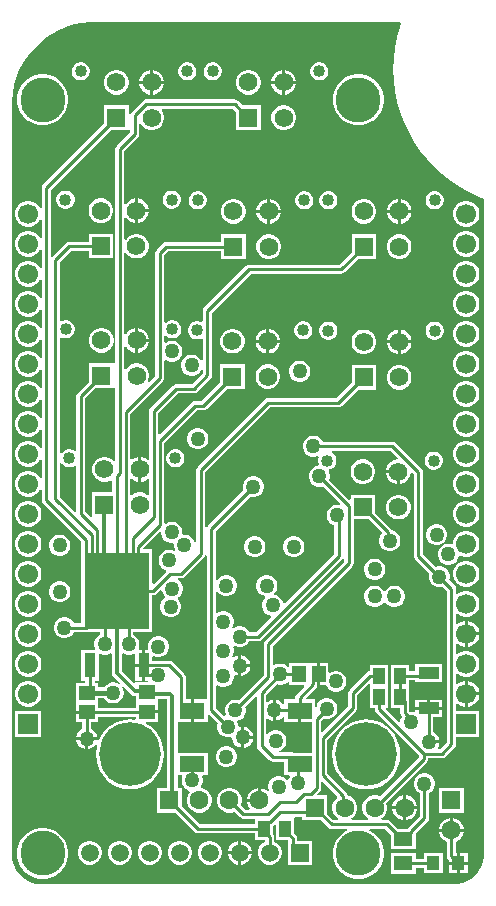
<source format=gbl>
G04*
G04 #@! TF.GenerationSoftware,Altium Limited,Altium Designer,22.7.1 (60)*
G04*
G04 Layer_Physical_Order=4*
G04 Layer_Color=16711680*
%FSLAX44Y44*%
%MOMM*%
G71*
G04*
G04 #@! TF.SameCoordinates,868842FB-CB56-49F4-92B6-46A9E27D1440*
G04*
G04*
G04 #@! TF.FilePolarity,Positive*
G04*
G01*
G75*
%ADD13C,0.2540*%
%ADD18R,1.3606X1.1578*%
%ADD19R,1.1578X1.3606*%
%ADD23R,1.5700X1.5700*%
%ADD24C,1.5700*%
%ADD25C,1.0200*%
%ADD28C,1.7000*%
%ADD29R,1.7000X1.7000*%
%ADD34C,1.6000*%
%ADD35R,1.6000X1.6000*%
%ADD36C,1.5000*%
%ADD37R,1.5000X1.5000*%
%ADD38O,5.2000X5.4000*%
%ADD39C,3.8100*%
%ADD40R,1.6000X1.6000*%
%ADD41C,1.2700*%
%ADD42C,0.4000*%
%ADD43R,2.1000X1.4000*%
%ADD44R,1.5500X1.2500*%
%ADD45R,1.1000X1.2000*%
%ADD46R,1.0000X1.3500*%
%ADD47R,1.8000X1.0000*%
%ADD48R,5.5000X6.5000*%
%ADD49R,0.9500X2.1000*%
%ADD50C,0.3500*%
G36*
X328759Y730250D02*
X329499Y729218D01*
X328371Y725900D01*
X325931Y717041D01*
X324194Y708019D01*
X323170Y698888D01*
X322865Y689705D01*
X323282Y680526D01*
X324417Y671408D01*
X326265Y662408D01*
X328813Y653580D01*
X332046Y644980D01*
X335943Y636659D01*
X340482Y628670D01*
X345633Y621062D01*
X351366Y613881D01*
X357644Y607172D01*
X364429Y600977D01*
X371679Y595332D01*
X379350Y590275D01*
X387393Y585834D01*
X395761Y582038D01*
X400050Y580390D01*
Y26670D01*
X400112Y24106D01*
X399235Y19051D01*
X397388Y14266D01*
X394642Y9932D01*
X391105Y6217D01*
X386910Y3264D01*
X382220Y1186D01*
X377214Y63D01*
X374650Y-0D01*
X374650Y0D01*
Y0D01*
X27940D01*
X25376Y-188D01*
X20273Y445D01*
X15391Y2061D01*
X10918Y4598D01*
X7027Y7959D01*
X3865Y12015D01*
X1556Y16609D01*
X188Y21566D01*
X-0Y24130D01*
X0Y24130D01*
X-0Y659130D01*
X-31Y662593D01*
X586Y669491D01*
X1875Y676295D01*
X3826Y682941D01*
X6419Y689363D01*
X9628Y695500D01*
X13424Y701293D01*
X17769Y706686D01*
X22622Y711627D01*
X27936Y716069D01*
X33659Y719968D01*
X39738Y723288D01*
X46112Y725996D01*
X52721Y728066D01*
X59501Y729478D01*
X66387Y730219D01*
X69850Y730250D01*
X328759Y730250D01*
D02*
G37*
%LPC*%
G36*
X261186Y695980D02*
X259174D01*
X257231Y695459D01*
X255489Y694454D01*
X254067Y693031D01*
X253061Y691289D01*
X252540Y689346D01*
Y687334D01*
X253061Y685391D01*
X254067Y683649D01*
X255489Y682226D01*
X257231Y681221D01*
X259174Y680700D01*
X261186D01*
X263129Y681221D01*
X264871Y682226D01*
X266294Y683649D01*
X267299Y685391D01*
X267820Y687334D01*
Y689346D01*
X267299Y691289D01*
X266294Y693031D01*
X264871Y694454D01*
X263129Y695459D01*
X261186Y695980D01*
D02*
G37*
G36*
X171186D02*
X169174D01*
X167231Y695459D01*
X165489Y694454D01*
X164067Y693031D01*
X163061Y691289D01*
X162540Y689346D01*
Y687334D01*
X163061Y685391D01*
X164067Y683649D01*
X165489Y682226D01*
X167231Y681221D01*
X169174Y680700D01*
X171186D01*
X173129Y681221D01*
X174871Y682226D01*
X176294Y683649D01*
X177299Y685391D01*
X177820Y687334D01*
Y689346D01*
X177299Y691289D01*
X176294Y693031D01*
X174871Y694454D01*
X173129Y695459D01*
X171186Y695980D01*
D02*
G37*
G36*
X149426D02*
X147414D01*
X145471Y695459D01*
X143729Y694454D01*
X142306Y693031D01*
X141301Y691289D01*
X140780Y689346D01*
Y687334D01*
X141301Y685391D01*
X142306Y683649D01*
X143729Y682226D01*
X145471Y681221D01*
X147414Y680700D01*
X149426D01*
X151369Y681221D01*
X153111Y682226D01*
X154534Y683649D01*
X155539Y685391D01*
X156060Y687334D01*
Y689346D01*
X155539Y691289D01*
X154534Y693031D01*
X153111Y694454D01*
X151369Y695459D01*
X149426Y695980D01*
D02*
G37*
G36*
X59426D02*
X57414D01*
X55471Y695459D01*
X53729Y694454D01*
X52306Y693031D01*
X51301Y691289D01*
X50780Y689346D01*
Y687334D01*
X51301Y685391D01*
X52306Y683649D01*
X53729Y682226D01*
X55471Y681221D01*
X57414Y680700D01*
X59426D01*
X61369Y681221D01*
X63111Y682226D01*
X64534Y683649D01*
X65539Y685391D01*
X66060Y687334D01*
Y689346D01*
X65539Y691289D01*
X64534Y693031D01*
X63111Y694454D01*
X61369Y695459D01*
X59426Y695980D01*
D02*
G37*
G36*
X119788Y689330D02*
X119690D01*
Y680210D01*
X128810D01*
Y680308D01*
X128102Y682950D01*
X126734Y685320D01*
X124800Y687254D01*
X122430Y688622D01*
X119788Y689330D01*
D02*
G37*
G36*
X231548D02*
X231450D01*
Y680210D01*
X240570D01*
Y680308D01*
X239862Y682950D01*
X238494Y685320D01*
X236560Y687254D01*
X234190Y688622D01*
X231548Y689330D01*
D02*
G37*
G36*
X228910D02*
X228812D01*
X226170Y688622D01*
X223800Y687254D01*
X221866Y685320D01*
X220498Y682950D01*
X219790Y680308D01*
Y680210D01*
X228910D01*
Y689330D01*
D02*
G37*
G36*
X117150D02*
X117052D01*
X114410Y688622D01*
X112040Y687254D01*
X110106Y685320D01*
X108738Y682950D01*
X108030Y680308D01*
Y680210D01*
X117150D01*
Y689330D01*
D02*
G37*
G36*
X240570Y677670D02*
X231450D01*
Y668550D01*
X231548D01*
X234190Y669258D01*
X236560Y670626D01*
X238494Y672560D01*
X239862Y674930D01*
X240570Y677572D01*
Y677670D01*
D02*
G37*
G36*
X228910D02*
X219790D01*
Y677572D01*
X220498Y674930D01*
X221866Y672560D01*
X223800Y670626D01*
X226170Y669258D01*
X228812Y668550D01*
X228910D01*
Y677670D01*
D02*
G37*
G36*
X201548Y689330D02*
X198812D01*
X196170Y688622D01*
X193800Y687254D01*
X191866Y685320D01*
X190498Y682950D01*
X189790Y680308D01*
Y677572D01*
X190498Y674930D01*
X191866Y672560D01*
X193800Y670626D01*
X196170Y669258D01*
X198812Y668550D01*
X201548D01*
X204190Y669258D01*
X206560Y670626D01*
X208494Y672560D01*
X209862Y674930D01*
X210570Y677572D01*
Y680308D01*
X209862Y682950D01*
X208494Y685320D01*
X206560Y687254D01*
X204190Y688622D01*
X201548Y689330D01*
D02*
G37*
G36*
X128810Y677670D02*
X119690D01*
Y668550D01*
X119788D01*
X122430Y669258D01*
X124800Y670626D01*
X126734Y672560D01*
X128102Y674930D01*
X128810Y677572D01*
Y677670D01*
D02*
G37*
G36*
X117150D02*
X108030D01*
Y677572D01*
X108738Y674930D01*
X110106Y672560D01*
X112040Y670626D01*
X114410Y669258D01*
X117052Y668550D01*
X117150D01*
Y677670D01*
D02*
G37*
G36*
X89788Y689330D02*
X87052D01*
X84410Y688622D01*
X82040Y687254D01*
X80106Y685320D01*
X78738Y682950D01*
X78030Y680308D01*
Y677572D01*
X78738Y674930D01*
X80106Y672560D01*
X82040Y670626D01*
X84410Y669258D01*
X87052Y668550D01*
X89788D01*
X92430Y669258D01*
X94800Y670626D01*
X96734Y672560D01*
X98102Y674930D01*
X98810Y677572D01*
Y680308D01*
X98102Y682950D01*
X96734Y685320D01*
X94800Y687254D01*
X92430Y688622D01*
X89788Y689330D01*
D02*
G37*
G36*
X295496Y685800D02*
X291244D01*
X287072Y684970D01*
X283143Y683343D01*
X279607Y680980D01*
X276600Y677973D01*
X274237Y674437D01*
X272610Y670508D01*
X271780Y666336D01*
Y662084D01*
X272610Y657912D01*
X274237Y653983D01*
X276600Y650447D01*
X279607Y647440D01*
X283143Y645077D01*
X287072Y643450D01*
X291244Y642620D01*
X295496D01*
X299668Y643450D01*
X303597Y645077D01*
X307133Y647440D01*
X310140Y650447D01*
X312503Y653983D01*
X314130Y657912D01*
X314960Y662084D01*
Y666336D01*
X314130Y670508D01*
X312503Y674437D01*
X310140Y677973D01*
X307133Y680980D01*
X303597Y683343D01*
X299668Y684970D01*
X295496Y685800D01*
D02*
G37*
G36*
X28161D02*
X23909D01*
X19737Y684970D01*
X15808Y683343D01*
X12272Y680980D01*
X9265Y677973D01*
X6902Y674437D01*
X5275Y670508D01*
X4445Y666336D01*
Y662084D01*
X5275Y657912D01*
X6902Y653983D01*
X9265Y650447D01*
X12272Y647440D01*
X15808Y645077D01*
X19737Y643450D01*
X23909Y642620D01*
X28161D01*
X32332Y643450D01*
X36262Y645077D01*
X39798Y647440D01*
X42805Y650447D01*
X45168Y653983D01*
X46795Y657912D01*
X47625Y662084D01*
Y666336D01*
X46795Y670508D01*
X45168Y674437D01*
X42805Y677973D01*
X39798Y680980D01*
X36262Y683343D01*
X32332Y684970D01*
X28161Y685800D01*
D02*
G37*
G36*
X231548Y659330D02*
X228812D01*
X226170Y658622D01*
X223800Y657254D01*
X221866Y655320D01*
X220498Y652950D01*
X219790Y650308D01*
Y647572D01*
X220498Y644930D01*
X221866Y642560D01*
X223800Y640626D01*
X226170Y639258D01*
X228812Y638550D01*
X231548D01*
X234190Y639258D01*
X236560Y640626D01*
X238494Y642560D01*
X239862Y644930D01*
X240570Y647572D01*
Y650308D01*
X239862Y652950D01*
X238494Y655320D01*
X236560Y657254D01*
X234190Y658622D01*
X231548Y659330D01*
D02*
G37*
G36*
X136416Y587270D02*
X134404D01*
X132461Y586749D01*
X130719Y585743D01*
X129297Y584321D01*
X128291Y582579D01*
X127770Y580636D01*
Y578624D01*
X128291Y576681D01*
X129297Y574939D01*
X130719Y573517D01*
X132461Y572511D01*
X134404Y571990D01*
X136416D01*
X138359Y572511D01*
X140101Y573517D01*
X141524Y574939D01*
X142529Y576681D01*
X143050Y578624D01*
Y580636D01*
X142529Y582579D01*
X141524Y584321D01*
X140101Y585743D01*
X138359Y586749D01*
X136416Y587270D01*
D02*
G37*
G36*
X46416D02*
X44404D01*
X42461Y586749D01*
X40719Y585743D01*
X39297Y584321D01*
X38291Y582579D01*
X37770Y580636D01*
Y578624D01*
X38291Y576681D01*
X39297Y574939D01*
X40719Y573517D01*
X42461Y572511D01*
X44404Y571990D01*
X46416D01*
X48359Y572511D01*
X50101Y573517D01*
X51523Y574939D01*
X52529Y576681D01*
X53050Y578624D01*
Y580636D01*
X52529Y582579D01*
X51523Y584321D01*
X50101Y585743D01*
X48359Y586749D01*
X46416Y587270D01*
D02*
G37*
G36*
X106778Y580620D02*
X106680D01*
Y571500D01*
X115800D01*
Y571598D01*
X115092Y574240D01*
X113724Y576610D01*
X111790Y578544D01*
X109420Y579912D01*
X106778Y580620D01*
D02*
G37*
G36*
X358976Y586760D02*
X356964D01*
X355021Y586239D01*
X353279Y585233D01*
X351856Y583811D01*
X350851Y582069D01*
X350330Y580126D01*
Y578114D01*
X350851Y576171D01*
X351856Y574429D01*
X353279Y573007D01*
X355021Y572001D01*
X356964Y571480D01*
X358976D01*
X360919Y572001D01*
X362661Y573007D01*
X364084Y574429D01*
X365089Y576171D01*
X365610Y578114D01*
Y580126D01*
X365089Y582069D01*
X364084Y583811D01*
X362661Y585233D01*
X360919Y586239D01*
X358976Y586760D01*
D02*
G37*
G36*
X268976D02*
X266964D01*
X265021Y586239D01*
X263279Y585233D01*
X261856Y583811D01*
X260851Y582069D01*
X260330Y580126D01*
Y578114D01*
X260851Y576171D01*
X261856Y574429D01*
X263279Y573007D01*
X265021Y572001D01*
X266964Y571480D01*
X268976D01*
X270919Y572001D01*
X272661Y573007D01*
X274083Y574429D01*
X275089Y576171D01*
X275610Y578114D01*
Y580126D01*
X275089Y582069D01*
X274083Y583811D01*
X272661Y585233D01*
X270919Y586239D01*
X268976Y586760D01*
D02*
G37*
G36*
X248486D02*
X246474D01*
X244531Y586239D01*
X242789Y585233D01*
X241367Y583811D01*
X240361Y582069D01*
X239840Y580126D01*
Y578114D01*
X240361Y576171D01*
X241367Y574429D01*
X242789Y573007D01*
X244531Y572001D01*
X246474Y571480D01*
X248486D01*
X250429Y572001D01*
X252171Y573007D01*
X253594Y574429D01*
X254599Y576171D01*
X255120Y578114D01*
Y580126D01*
X254599Y582069D01*
X253594Y583811D01*
X252171Y585233D01*
X250429Y586239D01*
X248486Y586760D01*
D02*
G37*
G36*
X158486D02*
X156474D01*
X154531Y586239D01*
X152789Y585233D01*
X151367Y583811D01*
X150361Y582069D01*
X149840Y580126D01*
Y578114D01*
X150361Y576171D01*
X151367Y574429D01*
X152789Y573007D01*
X154531Y572001D01*
X156474Y571480D01*
X158486D01*
X160429Y572001D01*
X162171Y573007D01*
X163594Y574429D01*
X164599Y576171D01*
X165120Y578114D01*
Y580126D01*
X164599Y582069D01*
X163594Y583811D01*
X162171Y585233D01*
X160429Y586239D01*
X158486Y586760D01*
D02*
G37*
G36*
X218848Y580110D02*
X218750D01*
Y570990D01*
X227870D01*
Y571088D01*
X227162Y573730D01*
X225794Y576100D01*
X223860Y578034D01*
X221490Y579402D01*
X218848Y580110D01*
D02*
G37*
G36*
X329338D02*
X329240D01*
Y570990D01*
X338360D01*
Y571088D01*
X337652Y573730D01*
X336284Y576100D01*
X334350Y578034D01*
X331980Y579402D01*
X329338Y580110D01*
D02*
G37*
G36*
X326700D02*
X326602D01*
X323960Y579402D01*
X321590Y578034D01*
X319656Y576100D01*
X318288Y573730D01*
X317580Y571088D01*
Y570990D01*
X326700D01*
Y580110D01*
D02*
G37*
G36*
X216210D02*
X216112D01*
X213470Y579402D01*
X211100Y578034D01*
X209166Y576100D01*
X207798Y573730D01*
X207090Y571088D01*
Y570990D01*
X216210D01*
Y580110D01*
D02*
G37*
G36*
X115800Y568960D02*
X106680D01*
Y559840D01*
X106778D01*
X109420Y560548D01*
X111790Y561916D01*
X113724Y563850D01*
X115092Y566220D01*
X115800Y568862D01*
Y568960D01*
D02*
G37*
G36*
X76778Y580620D02*
X74042D01*
X71400Y579912D01*
X69030Y578544D01*
X67096Y576610D01*
X65728Y574240D01*
X65020Y571598D01*
Y568862D01*
X65728Y566220D01*
X67096Y563850D01*
X69030Y561916D01*
X71400Y560548D01*
X74042Y559840D01*
X76778D01*
X79420Y560548D01*
X81790Y561916D01*
X83724Y563850D01*
X85092Y566220D01*
X85800Y568862D01*
Y571598D01*
X85092Y574240D01*
X83724Y576610D01*
X81790Y578544D01*
X79420Y579912D01*
X76778Y580620D01*
D02*
G37*
G36*
X338360Y568450D02*
X329240D01*
Y559330D01*
X329338D01*
X331980Y560038D01*
X334350Y561406D01*
X336284Y563340D01*
X337652Y565710D01*
X338360Y568352D01*
Y568450D01*
D02*
G37*
G36*
X326700D02*
X317580D01*
Y568352D01*
X318288Y565710D01*
X319656Y563340D01*
X321590Y561406D01*
X323960Y560038D01*
X326602Y559330D01*
X326700D01*
Y568450D01*
D02*
G37*
G36*
X299338Y580110D02*
X296602D01*
X293960Y579402D01*
X291590Y578034D01*
X289656Y576100D01*
X288288Y573730D01*
X287580Y571088D01*
Y568352D01*
X288288Y565710D01*
X289656Y563340D01*
X291590Y561406D01*
X293960Y560038D01*
X296602Y559330D01*
X299338D01*
X301980Y560038D01*
X304350Y561406D01*
X306284Y563340D01*
X307652Y565710D01*
X308360Y568352D01*
Y571088D01*
X307652Y573730D01*
X306284Y576100D01*
X304350Y578034D01*
X301980Y579402D01*
X299338Y580110D01*
D02*
G37*
G36*
X227870Y568450D02*
X218750D01*
Y559330D01*
X218848D01*
X221490Y560038D01*
X223860Y561406D01*
X225794Y563340D01*
X227162Y565710D01*
X227870Y568352D01*
Y568450D01*
D02*
G37*
G36*
X216210D02*
X207090D01*
Y568352D01*
X207798Y565710D01*
X209166Y563340D01*
X211100Y561406D01*
X213470Y560038D01*
X216112Y559330D01*
X216210D01*
Y568450D01*
D02*
G37*
G36*
X188848Y580110D02*
X186112D01*
X183470Y579402D01*
X181100Y578034D01*
X179166Y576100D01*
X177798Y573730D01*
X177090Y571088D01*
Y568352D01*
X177798Y565710D01*
X179166Y563340D01*
X181100Y561406D01*
X183470Y560038D01*
X186112Y559330D01*
X188848D01*
X191490Y560038D01*
X193860Y561406D01*
X195794Y563340D01*
X197162Y565710D01*
X197870Y568352D01*
Y571088D01*
X197162Y573730D01*
X195794Y576100D01*
X193860Y578034D01*
X191490Y579402D01*
X188848Y580110D01*
D02*
G37*
G36*
X386263Y578730D02*
X383357D01*
X380549Y577978D01*
X378031Y576524D01*
X375976Y574469D01*
X374522Y571951D01*
X373770Y569143D01*
Y566237D01*
X374522Y563429D01*
X375976Y560911D01*
X378031Y558856D01*
X380549Y557402D01*
X383357Y556650D01*
X386263D01*
X389071Y557402D01*
X391589Y558856D01*
X393644Y560911D01*
X395098Y563429D01*
X395850Y566237D01*
Y569143D01*
X395098Y571951D01*
X393644Y574469D01*
X391589Y576524D01*
X389071Y577978D01*
X386263Y578730D01*
D02*
G37*
G36*
Y553330D02*
X383357D01*
X380549Y552578D01*
X378031Y551124D01*
X375976Y549069D01*
X374522Y546551D01*
X373770Y543743D01*
Y540837D01*
X374522Y538029D01*
X375976Y535511D01*
X378031Y533456D01*
X380549Y532002D01*
X383357Y531250D01*
X386263D01*
X389071Y532002D01*
X391589Y533456D01*
X393644Y535511D01*
X395098Y538029D01*
X395850Y540837D01*
Y543743D01*
X395098Y546551D01*
X393644Y549069D01*
X391589Y551124D01*
X389071Y552578D01*
X386263Y553330D01*
D02*
G37*
G36*
X188520Y664485D02*
X113590D01*
X112104Y664189D01*
X110843Y663347D01*
X101393Y653897D01*
X100551Y652636D01*
X100255Y651150D01*
Y636609D01*
X88693Y625047D01*
X87851Y623787D01*
X87555Y622300D01*
Y358644D01*
X86285Y358118D01*
X84810Y359594D01*
X82440Y360962D01*
X79798Y361670D01*
X77062D01*
X74420Y360962D01*
X72050Y359594D01*
X70116Y357660D01*
X68748Y355290D01*
X68040Y352648D01*
Y349912D01*
X68748Y347270D01*
X70116Y344900D01*
X72050Y342966D01*
X74420Y341598D01*
X77062Y340890D01*
X79798D01*
X82440Y341598D01*
X83805Y342386D01*
X85075Y341653D01*
Y331670D01*
X68040D01*
Y312054D01*
X68040Y311360D01*
X66810Y310794D01*
X62305Y315299D01*
Y411591D01*
X70824Y420110D01*
X86110D01*
Y440890D01*
X65330D01*
Y425604D01*
X55673Y415947D01*
X54831Y414687D01*
X54535Y413200D01*
Y367038D01*
X53362Y366553D01*
X53121Y366794D01*
X51379Y367799D01*
X49436Y368320D01*
X47424D01*
X45481Y367799D01*
X43739Y366794D01*
X42316Y365371D01*
X41965Y364762D01*
X40695Y365102D01*
Y462513D01*
X41965Y463246D01*
X42771Y462781D01*
X44714Y462260D01*
X46726D01*
X48669Y462781D01*
X50411Y463787D01*
X51834Y465209D01*
X52839Y466951D01*
X53360Y468894D01*
Y470906D01*
X52839Y472849D01*
X51834Y474591D01*
X50411Y476013D01*
X48669Y477019D01*
X46726Y477540D01*
X44714D01*
X42771Y477019D01*
X41965Y476554D01*
X40695Y477287D01*
Y526691D01*
X50349Y536345D01*
X65020D01*
Y529840D01*
X85800D01*
Y550620D01*
X65020D01*
Y544115D01*
X48740D01*
X47253Y543819D01*
X45993Y542977D01*
X34365Y531348D01*
X33174Y531748D01*
X33095Y531811D01*
Y588121D01*
X83524Y638550D01*
X98810D01*
Y659330D01*
X78030D01*
Y644044D01*
X26463Y592477D01*
X25621Y591217D01*
X25325Y589730D01*
Y572642D01*
X24055Y572302D01*
X22804Y574469D01*
X20749Y576524D01*
X18231Y577978D01*
X15423Y578730D01*
X12517D01*
X9709Y577978D01*
X7191Y576524D01*
X5136Y574469D01*
X3682Y571951D01*
X2930Y569143D01*
Y566237D01*
X3682Y563429D01*
X5136Y560911D01*
X7191Y558856D01*
X9709Y557402D01*
X12517Y556650D01*
X15423D01*
X18231Y557402D01*
X20749Y558856D01*
X22804Y560911D01*
X24055Y563078D01*
X25325Y562738D01*
Y547242D01*
X24055Y546902D01*
X22804Y549069D01*
X20749Y551124D01*
X18231Y552578D01*
X15423Y553330D01*
X12517D01*
X9709Y552578D01*
X7191Y551124D01*
X5136Y549069D01*
X3682Y546551D01*
X2930Y543743D01*
Y540837D01*
X3682Y538029D01*
X5136Y535511D01*
X7191Y533456D01*
X9709Y532002D01*
X12517Y531250D01*
X15423D01*
X18231Y532002D01*
X20749Y533456D01*
X22804Y535511D01*
X24055Y537678D01*
X25325Y537338D01*
Y521842D01*
X24055Y521502D01*
X22804Y523669D01*
X20749Y525724D01*
X18231Y527178D01*
X15423Y527930D01*
X12517D01*
X9709Y527178D01*
X7191Y525724D01*
X5136Y523669D01*
X3682Y521151D01*
X2930Y518343D01*
Y515437D01*
X3682Y512629D01*
X5136Y510111D01*
X7191Y508056D01*
X9709Y506602D01*
X12517Y505850D01*
X15423D01*
X18231Y506602D01*
X20749Y508056D01*
X22804Y510111D01*
X24055Y512278D01*
X25325Y511938D01*
Y496442D01*
X24055Y496102D01*
X22804Y498269D01*
X20749Y500324D01*
X18231Y501778D01*
X15423Y502530D01*
X12517D01*
X9709Y501778D01*
X7191Y500324D01*
X5136Y498269D01*
X3682Y495751D01*
X2930Y492943D01*
Y490037D01*
X3682Y487229D01*
X5136Y484711D01*
X7191Y482656D01*
X9709Y481202D01*
X12517Y480450D01*
X15423D01*
X18231Y481202D01*
X20749Y482656D01*
X22804Y484711D01*
X24055Y486878D01*
X25325Y486538D01*
Y471042D01*
X24055Y470702D01*
X22804Y472869D01*
X20749Y474924D01*
X18231Y476378D01*
X15423Y477130D01*
X12517D01*
X9709Y476378D01*
X7191Y474924D01*
X5136Y472869D01*
X3682Y470351D01*
X2930Y467543D01*
Y464637D01*
X3682Y461829D01*
X5136Y459311D01*
X7191Y457256D01*
X9709Y455802D01*
X12517Y455050D01*
X15423D01*
X18231Y455802D01*
X20749Y457256D01*
X22804Y459311D01*
X24055Y461478D01*
X25325Y461138D01*
Y445642D01*
X24055Y445302D01*
X22804Y447469D01*
X20749Y449524D01*
X18231Y450978D01*
X15423Y451730D01*
X12517D01*
X9709Y450978D01*
X7191Y449524D01*
X5136Y447469D01*
X3682Y444951D01*
X2930Y442143D01*
Y439237D01*
X3682Y436429D01*
X5136Y433911D01*
X7191Y431856D01*
X9709Y430402D01*
X12517Y429650D01*
X15423D01*
X18231Y430402D01*
X20749Y431856D01*
X22804Y433911D01*
X24055Y436078D01*
X25325Y435738D01*
Y420242D01*
X24055Y419902D01*
X22804Y422069D01*
X20749Y424124D01*
X18231Y425578D01*
X15423Y426330D01*
X12517D01*
X9709Y425578D01*
X7191Y424124D01*
X5136Y422069D01*
X3682Y419551D01*
X2930Y416743D01*
Y413837D01*
X3682Y411029D01*
X5136Y408511D01*
X7191Y406456D01*
X9709Y405002D01*
X12517Y404250D01*
X15423D01*
X18231Y405002D01*
X20749Y406456D01*
X22804Y408511D01*
X24055Y410678D01*
X25325Y410338D01*
Y394842D01*
X24055Y394502D01*
X22804Y396669D01*
X20749Y398724D01*
X18231Y400178D01*
X15423Y400930D01*
X12517D01*
X9709Y400178D01*
X7191Y398724D01*
X5136Y396669D01*
X3682Y394151D01*
X2930Y391343D01*
Y388437D01*
X3682Y385629D01*
X5136Y383111D01*
X7191Y381056D01*
X9709Y379602D01*
X12517Y378850D01*
X15423D01*
X18231Y379602D01*
X20749Y381056D01*
X22804Y383111D01*
X24055Y385278D01*
X25325Y384938D01*
Y369442D01*
X24055Y369102D01*
X22804Y371269D01*
X20749Y373324D01*
X18231Y374778D01*
X15423Y375530D01*
X12517D01*
X9709Y374778D01*
X7191Y373324D01*
X5136Y371269D01*
X3682Y368751D01*
X2930Y365943D01*
Y363037D01*
X3682Y360229D01*
X5136Y357711D01*
X7191Y355656D01*
X9709Y354202D01*
X12517Y353450D01*
X15423D01*
X18231Y354202D01*
X20749Y355656D01*
X22804Y357711D01*
X24055Y359878D01*
X25325Y359538D01*
Y344042D01*
X24055Y343702D01*
X22804Y345869D01*
X20749Y347924D01*
X18231Y349378D01*
X15423Y350130D01*
X12517D01*
X9709Y349378D01*
X7191Y347924D01*
X5136Y345869D01*
X3682Y343351D01*
X2930Y340543D01*
Y337637D01*
X3682Y334829D01*
X5136Y332311D01*
X7191Y330256D01*
X9709Y328802D01*
X12517Y328050D01*
X15423D01*
X18231Y328802D01*
X20749Y330256D01*
X22804Y332311D01*
X24055Y334478D01*
X25325Y334138D01*
Y325120D01*
X25621Y323633D01*
X26463Y322373D01*
X58845Y289991D01*
Y274650D01*
X58920Y274275D01*
Y221075D01*
X52461D01*
X51564Y222629D01*
X49909Y224284D01*
X47881Y225454D01*
X45620Y226060D01*
X43280D01*
X41019Y225454D01*
X38991Y224284D01*
X37336Y222629D01*
X36166Y220601D01*
X35560Y218340D01*
Y216000D01*
X36166Y213739D01*
X37336Y211711D01*
X38991Y210056D01*
X41019Y208886D01*
X43280Y208280D01*
X45620D01*
X47881Y208886D01*
X49909Y210056D01*
X51564Y211711D01*
X52484Y213305D01*
X62730D01*
X63105Y213380D01*
X74855D01*
Y211222D01*
X73281Y210314D01*
X71626Y208659D01*
X70456Y206631D01*
X69850Y204370D01*
Y202030D01*
X70456Y199769D01*
X70576Y199560D01*
X69941Y198460D01*
X58870D01*
Y172380D01*
X62275D01*
Y170271D01*
X54157D01*
Y153613D01*
Y146668D01*
X63500D01*
Y144128D01*
X54157D01*
Y137069D01*
X59615D01*
Y131213D01*
X58041Y130304D01*
X56386Y128649D01*
X55216Y126621D01*
X54637Y124460D01*
X72363D01*
X71784Y126621D01*
X70614Y128649D01*
X68959Y130304D01*
X67385Y131213D01*
Y137069D01*
X72843D01*
Y141514D01*
X104761D01*
X104824Y140244D01*
X103687Y139338D01*
X100000Y139628D01*
X95522Y139276D01*
X91153Y138227D01*
X87003Y136508D01*
X83173Y134161D01*
X79757Y131243D01*
X76839Y127827D01*
X74492Y123997D01*
X73597Y121837D01*
X73050Y121920D01*
X64770D01*
Y114327D01*
X66931Y114906D01*
X68959Y116076D01*
X70614Y117731D01*
X71205Y118755D01*
X72397Y118279D01*
X71724Y115478D01*
X71372Y111000D01*
Y109000D01*
X71724Y104522D01*
X72773Y100153D01*
X74492Y96003D01*
X76839Y92173D01*
X79757Y88757D01*
X83173Y85839D01*
X87003Y83492D01*
X91153Y81773D01*
X95522Y80724D01*
X100000Y80372D01*
X104479Y80724D01*
X108847Y81773D01*
X112997Y83492D01*
X116827Y85839D01*
X120243Y88757D01*
X123161Y92173D01*
X125508Y96003D01*
X127227Y100153D01*
X128276Y104522D01*
X128628Y109000D01*
Y111000D01*
X128276Y115478D01*
X127227Y119847D01*
X125508Y123997D01*
X123161Y127827D01*
X120243Y131243D01*
X116827Y134161D01*
X113090Y136451D01*
X113076Y136518D01*
X113775Y137721D01*
X123643D01*
Y144780D01*
X114300D01*
Y147320D01*
X123643D01*
Y154265D01*
Y156916D01*
X131516D01*
Y81660D01*
X122810D01*
Y60580D01*
X138396D01*
X154733Y44243D01*
X155993Y43401D01*
X157480Y43105D01*
X205820D01*
Y37700D01*
X214555D01*
Y36020D01*
X212275Y34704D01*
X210406Y32835D01*
X209084Y30545D01*
X208400Y27992D01*
Y25348D01*
X209084Y22795D01*
X210406Y20505D01*
X212275Y18636D01*
X214565Y17314D01*
X217118Y16630D01*
X219762D01*
X222315Y17314D01*
X224605Y18636D01*
X226474Y20505D01*
X227796Y22795D01*
X228480Y25348D01*
Y27992D01*
X227796Y30545D01*
X226474Y32835D01*
X224605Y34704D01*
X222325Y36020D01*
Y40160D01*
X222029Y41647D01*
X221187Y42907D01*
X220900Y43194D01*
Y49264D01*
X221587Y49723D01*
X222647Y50783D01*
X223820Y50297D01*
Y37700D01*
X233406D01*
X233725Y37381D01*
Y32900D01*
X233800Y32525D01*
Y16630D01*
X253880D01*
Y36710D01*
X241495D01*
Y38990D01*
X241199Y40477D01*
X240357Y41737D01*
X238900Y43194D01*
Y56280D01*
X239841Y57075D01*
X246000D01*
Y54230D01*
X261586D01*
X267913Y47903D01*
X269173Y47061D01*
X270660Y46765D01*
X283745D01*
X283993Y45520D01*
X283143Y45168D01*
X279607Y42805D01*
X276600Y39798D01*
X274237Y36262D01*
X272610Y32333D01*
X271780Y28161D01*
Y23909D01*
X272610Y19737D01*
X274237Y15808D01*
X276600Y12272D01*
X279607Y9265D01*
X283143Y6902D01*
X287072Y5275D01*
X291244Y4445D01*
X295496D01*
X299668Y5275D01*
X303597Y6902D01*
X307133Y9265D01*
X310140Y12272D01*
X312503Y15808D01*
X314130Y19737D01*
X314960Y23909D01*
Y28161D01*
X314130Y32333D01*
X312503Y36262D01*
X310140Y39798D01*
X307133Y42805D01*
X303597Y45168D01*
X302747Y45520D01*
X302995Y46765D01*
X315991D01*
X321180Y41576D01*
Y29490D01*
X341760D01*
Y42885D01*
X341808Y43124D01*
X351997Y53313D01*
X352839Y54573D01*
X353135Y56060D01*
Y77067D01*
X354709Y77976D01*
X356364Y79631D01*
X357534Y81659D01*
X358140Y83920D01*
Y86260D01*
X357534Y88521D01*
X356364Y90549D01*
X354709Y92204D01*
X352681Y93374D01*
X350420Y93980D01*
X348080D01*
X345819Y93374D01*
X343791Y92204D01*
X342136Y90549D01*
X340966Y88521D01*
X340360Y86260D01*
Y83920D01*
X340966Y81659D01*
X342136Y79631D01*
X343791Y77976D01*
X345365Y77067D01*
Y57669D01*
X335203Y47507D01*
X334911Y47070D01*
X326674D01*
X320347Y53397D01*
X319087Y54239D01*
X317600Y54535D01*
X313232D01*
X312892Y55805D01*
X313812Y56336D01*
X315774Y58298D01*
X317162Y60702D01*
X317880Y63382D01*
Y66158D01*
X317162Y68838D01*
X317067Y69003D01*
X351599Y103535D01*
X352440Y104795D01*
X352736Y106282D01*
Y106605D01*
X364272D01*
X365759Y106901D01*
X367019Y107743D01*
X374857Y115581D01*
X375699Y116841D01*
X375995Y118328D01*
Y124850D01*
X395850D01*
Y146930D01*
X375995D01*
Y152833D01*
X377168Y153319D01*
X378031Y152456D01*
X380549Y151002D01*
X383357Y150250D01*
X383540D01*
Y161290D01*
Y172330D01*
X383357D01*
X380549Y171578D01*
X378031Y170124D01*
X377168Y169261D01*
X375995Y169747D01*
Y178233D01*
X377168Y178719D01*
X378031Y177856D01*
X380549Y176402D01*
X383357Y175650D01*
X386263D01*
X389071Y176402D01*
X391589Y177856D01*
X393644Y179911D01*
X395098Y182429D01*
X395850Y185237D01*
Y188143D01*
X395098Y190951D01*
X393644Y193469D01*
X391589Y195524D01*
X389071Y196978D01*
X386263Y197730D01*
X383357D01*
X380549Y196978D01*
X378031Y195524D01*
X377168Y194661D01*
X375995Y195147D01*
Y203633D01*
X377168Y204119D01*
X378031Y203256D01*
X380549Y201802D01*
X383357Y201050D01*
X383540D01*
Y212090D01*
Y223130D01*
X383357D01*
X380549Y222378D01*
X378031Y220924D01*
X377168Y220061D01*
X375995Y220547D01*
Y229033D01*
X377168Y229519D01*
X378031Y228656D01*
X380549Y227202D01*
X383357Y226450D01*
X386263D01*
X389071Y227202D01*
X391589Y228656D01*
X393644Y230711D01*
X395098Y233229D01*
X395850Y236037D01*
Y238943D01*
X395098Y241751D01*
X393644Y244269D01*
X391589Y246324D01*
X389071Y247778D01*
X386263Y248530D01*
X383357D01*
X380549Y247778D01*
X378031Y246324D01*
X377168Y245461D01*
X375995Y245947D01*
Y250190D01*
X375699Y251677D01*
X374857Y252937D01*
X370370Y257424D01*
X370840Y259180D01*
Y261520D01*
X370234Y263781D01*
X369064Y265809D01*
X367409Y267464D01*
X365381Y268634D01*
X363120Y269240D01*
X360780D01*
X359024Y268770D01*
X348055Y279739D01*
Y348750D01*
X347759Y350236D01*
X346917Y351497D01*
X324827Y373587D01*
X323566Y374429D01*
X322080Y374725D01*
X263293D01*
X262384Y376299D01*
X260729Y377954D01*
X258701Y379124D01*
X256440Y379730D01*
X254100D01*
X251839Y379124D01*
X249811Y377954D01*
X248156Y376299D01*
X246986Y374271D01*
X246380Y372010D01*
Y369670D01*
X246986Y367409D01*
X248156Y365381D01*
X249811Y363726D01*
X251839Y362556D01*
X254100Y361950D01*
X256440D01*
X258701Y362556D01*
X259369Y362941D01*
X260299Y362012D01*
X260061Y361599D01*
X259540Y359656D01*
Y357644D01*
X260061Y355701D01*
X260217Y355430D01*
X259582Y354330D01*
X259180D01*
X256919Y353724D01*
X254891Y352554D01*
X253236Y350899D01*
X252066Y348871D01*
X251460Y346610D01*
Y344270D01*
X252066Y342009D01*
X253236Y339981D01*
X254891Y338326D01*
X256919Y337156D01*
X259180Y336550D01*
X261520D01*
X263276Y337020D01*
X278089Y322207D01*
X277432Y321068D01*
X276530Y321310D01*
X274190D01*
X271929Y320704D01*
X269901Y319534D01*
X268246Y317879D01*
X267076Y315851D01*
X266470Y313590D01*
Y311250D01*
X267076Y308989D01*
X268246Y306961D01*
X269901Y305306D01*
X271929Y304136D01*
X272975Y303855D01*
Y279341D01*
X231058Y237423D01*
X229734Y237896D01*
X229264Y239651D01*
X228094Y241679D01*
X226439Y243334D01*
X224411Y244504D01*
X222543Y245005D01*
X222131Y246004D01*
X222122Y246380D01*
X223014Y247271D01*
X224184Y249299D01*
X224790Y251560D01*
Y253900D01*
X224184Y256161D01*
X223014Y258189D01*
X221359Y259844D01*
X219331Y261014D01*
X217070Y261620D01*
X214730D01*
X212469Y261014D01*
X210441Y259844D01*
X208786Y258189D01*
X207616Y256161D01*
X207010Y253900D01*
Y251560D01*
X207616Y249299D01*
X208786Y247271D01*
X210441Y245616D01*
X212469Y244446D01*
X214337Y243945D01*
X214749Y242946D01*
X214758Y242570D01*
X213866Y241679D01*
X212696Y239651D01*
X212090Y237390D01*
Y235050D01*
X212696Y232789D01*
X213866Y230761D01*
X215521Y229106D01*
X217549Y227936D01*
X219304Y227465D01*
X219777Y226142D01*
X207069Y213435D01*
X201063D01*
X200154Y215009D01*
X198499Y216664D01*
X196471Y217834D01*
X194210Y218440D01*
X191870D01*
X189609Y217834D01*
X187581Y216664D01*
X187570Y216652D01*
X186554Y217432D01*
X187354Y218819D01*
X187960Y221080D01*
Y223420D01*
X187354Y225681D01*
X186184Y227709D01*
X184529Y229364D01*
X182501Y230534D01*
X180240Y231140D01*
X177900D01*
X175639Y230534D01*
X174009Y229593D01*
X172739Y230154D01*
Y247775D01*
X174009Y248115D01*
X174496Y247271D01*
X176151Y245616D01*
X178179Y244446D01*
X180440Y243840D01*
X182780D01*
X185041Y244446D01*
X187069Y245616D01*
X188724Y247271D01*
X189894Y249299D01*
X190500Y251560D01*
Y253900D01*
X189894Y256161D01*
X188724Y258189D01*
X187069Y259844D01*
X185041Y261014D01*
X182780Y261620D01*
X180440D01*
X178179Y261014D01*
X176151Y259844D01*
X174496Y258189D01*
X174009Y257345D01*
X172739Y257685D01*
Y299325D01*
X201544Y328130D01*
X203300Y327660D01*
X205640D01*
X207901Y328266D01*
X209929Y329436D01*
X211584Y331091D01*
X212754Y333119D01*
X213360Y335380D01*
Y337720D01*
X212754Y339981D01*
X211584Y342009D01*
X209929Y343664D01*
X207901Y344834D01*
X205640Y345440D01*
X203300D01*
X201039Y344834D01*
X199011Y343664D01*
X197356Y342009D01*
X196186Y339981D01*
X195580Y337720D01*
Y335380D01*
X196050Y333624D01*
X166108Y303681D01*
X165266Y302421D01*
X165175Y301964D01*
X163905Y302089D01*
Y348911D01*
X218779Y403785D01*
X276410D01*
X277897Y404081D01*
X279157Y404923D01*
X293074Y418840D01*
X308360D01*
Y439620D01*
X287580D01*
Y424334D01*
X274801Y411555D01*
X217170D01*
X215683Y411259D01*
X214423Y410417D01*
X157273Y353267D01*
X156431Y352007D01*
X156135Y350520D01*
Y288636D01*
X154865Y288469D01*
X154334Y290451D01*
X153164Y292479D01*
X151509Y294134D01*
X149481Y295304D01*
X147220Y295910D01*
X145437D01*
X144549Y296672D01*
X144368Y297088D01*
Y299167D01*
X143762Y301428D01*
X142592Y303456D01*
X140937Y305111D01*
X138910Y306281D01*
X136648Y306887D01*
X134308D01*
X132047Y306281D01*
X130473Y305372D01*
X129306Y305925D01*
X129203Y306042D01*
Y373899D01*
X156549Y401245D01*
X162080D01*
X163566Y401541D01*
X164827Y402383D01*
X181794Y419350D01*
X197080D01*
Y440130D01*
X176300D01*
Y424844D01*
X160471Y409015D01*
X154940D01*
X153453Y408719D01*
X152193Y407877D01*
X125148Y380832D01*
X123975Y381318D01*
Y399151D01*
X140394Y415570D01*
X154025D01*
X155512Y415866D01*
X156772Y416708D01*
X168347Y428283D01*
X169189Y429543D01*
X169485Y431030D01*
Y484031D01*
X202269Y516815D01*
X278950D01*
X280437Y517111D01*
X281697Y517953D01*
X293074Y529330D01*
X308360D01*
Y550110D01*
X287580D01*
Y534824D01*
X277341Y524585D01*
X200660D01*
X199173Y524289D01*
X197913Y523447D01*
X162853Y488387D01*
X162011Y487127D01*
X161715Y485640D01*
Y476527D01*
X160445Y475794D01*
X159639Y476259D01*
X157696Y476780D01*
X155684D01*
X153741Y476259D01*
X151999Y475253D01*
X150576Y473831D01*
X149571Y472089D01*
X149050Y470146D01*
Y468134D01*
X149571Y466191D01*
X150576Y464449D01*
X151999Y463027D01*
X153741Y462021D01*
X155684Y461500D01*
X157696D01*
X159639Y462021D01*
X160445Y462486D01*
X161715Y461753D01*
Y443605D01*
X160445Y443265D01*
X159514Y444879D01*
X157859Y446534D01*
X155831Y447704D01*
X153570Y448310D01*
X151230D01*
X148969Y447704D01*
X146941Y446534D01*
X145286Y444879D01*
X144116Y442851D01*
X143510Y440590D01*
Y438250D01*
X144116Y435989D01*
X145286Y433961D01*
X146941Y432306D01*
X148969Y431136D01*
X151230Y430530D01*
X153570D01*
X155831Y431136D01*
X157859Y432306D01*
X159514Y433961D01*
X160445Y435575D01*
X161715Y435235D01*
Y432639D01*
X152416Y423340D01*
X138785D01*
X137298Y423044D01*
X136038Y422202D01*
X117343Y403507D01*
X116501Y402247D01*
X116205Y400760D01*
Y359858D01*
X115032Y359372D01*
X114810Y359594D01*
X112440Y360962D01*
X109798Y361670D01*
X109700D01*
Y351280D01*
Y340890D01*
X109798D01*
X112440Y341598D01*
X114810Y342966D01*
X115032Y343188D01*
X116205Y342702D01*
Y329858D01*
X115032Y329372D01*
X114810Y329594D01*
X112440Y330962D01*
X109798Y331670D01*
X107062D01*
X104420Y330962D01*
X102050Y329594D01*
X101578Y329122D01*
X100405Y329608D01*
Y342952D01*
X101578Y343438D01*
X102050Y342966D01*
X104420Y341598D01*
X107062Y340890D01*
X107160D01*
Y351280D01*
Y361670D01*
X107062D01*
X104420Y360962D01*
X102050Y359594D01*
X101578Y359122D01*
X100405Y359608D01*
Y398441D01*
X128065Y426101D01*
X128907Y427361D01*
X129203Y428848D01*
Y443285D01*
X130473Y443886D01*
X132047Y442978D01*
X134308Y442372D01*
X136648D01*
X138910Y442978D01*
X140937Y444148D01*
X142592Y445803D01*
X143762Y447831D01*
X144368Y450092D01*
Y452432D01*
X143762Y454693D01*
X142592Y456721D01*
X140937Y458376D01*
X138910Y459546D01*
X136648Y460152D01*
X134308D01*
X132047Y459546D01*
X130473Y458637D01*
X129203Y459239D01*
Y463817D01*
X130473Y464343D01*
X131029Y463787D01*
X132771Y462781D01*
X134714Y462260D01*
X136726D01*
X138669Y462781D01*
X140411Y463787D01*
X141833Y465209D01*
X142839Y466951D01*
X143360Y468894D01*
Y470906D01*
X142839Y472849D01*
X141833Y474591D01*
X140411Y476013D01*
X138669Y477019D01*
X136726Y477540D01*
X134714D01*
X132771Y477019D01*
X131029Y476013D01*
X130473Y475457D01*
X129203Y475983D01*
Y532649D01*
X132389Y535835D01*
X177090D01*
Y529330D01*
X197870D01*
Y550110D01*
X177090D01*
Y543605D01*
X130780D01*
X129293Y543309D01*
X128033Y542467D01*
X122571Y537005D01*
X121729Y535745D01*
X121433Y534258D01*
Y430457D01*
X116052Y425076D01*
X115036Y425856D01*
X115402Y426490D01*
X116110Y429132D01*
Y431868D01*
X115402Y434510D01*
X114034Y436880D01*
X112100Y438814D01*
X109730Y440182D01*
X107088Y440890D01*
X104352D01*
X101710Y440182D01*
X99340Y438814D01*
X97406Y436880D01*
X96595Y435474D01*
X95325Y435815D01*
Y455185D01*
X96595Y455526D01*
X97406Y454120D01*
X99340Y452186D01*
X101710Y450818D01*
X104352Y450110D01*
X104450D01*
Y460500D01*
Y470890D01*
X104352D01*
X101710Y470182D01*
X99340Y468814D01*
X97406Y466880D01*
X96595Y465474D01*
X95325Y465815D01*
Y534378D01*
X96595Y534719D01*
X97096Y533850D01*
X99030Y531916D01*
X101400Y530548D01*
X104042Y529840D01*
X106778D01*
X109420Y530548D01*
X111790Y531916D01*
X113724Y533850D01*
X115092Y536220D01*
X115800Y538862D01*
Y541598D01*
X115092Y544240D01*
X113724Y546610D01*
X111790Y548544D01*
X109420Y549912D01*
X106778Y550620D01*
X104042D01*
X101400Y549912D01*
X99030Y548544D01*
X97096Y546610D01*
X96595Y545741D01*
X95325Y546082D01*
Y564378D01*
X96595Y564719D01*
X97096Y563850D01*
X99030Y561916D01*
X101400Y560548D01*
X104042Y559840D01*
X104140D01*
Y570230D01*
Y580620D01*
X104042D01*
X101400Y579912D01*
X99030Y578544D01*
X97096Y576610D01*
X96595Y575741D01*
X95325Y576082D01*
Y620691D01*
X106887Y632253D01*
X107729Y633513D01*
X108025Y635000D01*
Y643625D01*
X109295Y643966D01*
X110106Y642560D01*
X112040Y640626D01*
X114410Y639258D01*
X117052Y638550D01*
X119788D01*
X122430Y639258D01*
X124800Y640626D01*
X126734Y642560D01*
X128102Y644930D01*
X128810Y647572D01*
Y650308D01*
X128102Y652950D01*
X126734Y655320D01*
X126512Y655542D01*
X126998Y656715D01*
X186911D01*
X189790Y653836D01*
Y638550D01*
X210570D01*
Y659330D01*
X195284D01*
X191267Y663347D01*
X190007Y664189D01*
X188520Y664485D01*
D02*
G37*
G36*
X329338Y550110D02*
X326602D01*
X323960Y549402D01*
X321590Y548034D01*
X319656Y546100D01*
X318288Y543730D01*
X317580Y541088D01*
Y538352D01*
X318288Y535710D01*
X319656Y533340D01*
X321590Y531406D01*
X323960Y530038D01*
X326602Y529330D01*
X329338D01*
X331980Y530038D01*
X334350Y531406D01*
X336284Y533340D01*
X337652Y535710D01*
X338360Y538352D01*
Y541088D01*
X337652Y543730D01*
X336284Y546100D01*
X334350Y548034D01*
X331980Y549402D01*
X329338Y550110D01*
D02*
G37*
G36*
X218848D02*
X216112D01*
X213470Y549402D01*
X211100Y548034D01*
X209166Y546100D01*
X207798Y543730D01*
X207090Y541088D01*
Y538352D01*
X207798Y535710D01*
X209166Y533340D01*
X211100Y531406D01*
X213470Y530038D01*
X216112Y529330D01*
X218848D01*
X221490Y530038D01*
X223860Y531406D01*
X225794Y533340D01*
X227162Y535710D01*
X227870Y538352D01*
Y541088D01*
X227162Y543730D01*
X225794Y546100D01*
X223860Y548034D01*
X221490Y549402D01*
X218848Y550110D01*
D02*
G37*
G36*
X386263Y527930D02*
X383357D01*
X380549Y527178D01*
X378031Y525724D01*
X375976Y523669D01*
X374522Y521151D01*
X373770Y518343D01*
Y515437D01*
X374522Y512629D01*
X375976Y510111D01*
X378031Y508056D01*
X380549Y506602D01*
X383357Y505850D01*
X386263D01*
X389071Y506602D01*
X391589Y508056D01*
X393644Y510111D01*
X395098Y512629D01*
X395850Y515437D01*
Y518343D01*
X395098Y521151D01*
X393644Y523669D01*
X391589Y525724D01*
X389071Y527178D01*
X386263Y527930D01*
D02*
G37*
G36*
Y502530D02*
X383357D01*
X380549Y501778D01*
X378031Y500324D01*
X375976Y498269D01*
X374522Y495751D01*
X373770Y492943D01*
Y490037D01*
X374522Y487229D01*
X375976Y484711D01*
X378031Y482656D01*
X380549Y481202D01*
X383357Y480450D01*
X386263D01*
X389071Y481202D01*
X391589Y482656D01*
X393644Y484711D01*
X395098Y487229D01*
X395850Y490037D01*
Y492943D01*
X395098Y495751D01*
X393644Y498269D01*
X391589Y500324D01*
X389071Y501778D01*
X386263Y502530D01*
D02*
G37*
G36*
X107088Y470890D02*
X106990D01*
Y461770D01*
X116110D01*
Y461868D01*
X115402Y464510D01*
X114034Y466880D01*
X112100Y468814D01*
X109730Y470182D01*
X107088Y470890D01*
D02*
G37*
G36*
X247696Y476780D02*
X245684D01*
X243741Y476259D01*
X241999Y475253D01*
X240576Y473831D01*
X239571Y472089D01*
X239050Y470146D01*
Y468134D01*
X239571Y466191D01*
X240576Y464449D01*
X241999Y463027D01*
X243741Y462021D01*
X245684Y461500D01*
X247696D01*
X249639Y462021D01*
X251381Y463027D01*
X252803Y464449D01*
X253809Y466191D01*
X254330Y468134D01*
Y470146D01*
X253809Y472089D01*
X252803Y473831D01*
X251381Y475253D01*
X249639Y476259D01*
X247696Y476780D01*
D02*
G37*
G36*
X218058Y470130D02*
X217960D01*
Y461010D01*
X227080D01*
Y461108D01*
X226372Y463750D01*
X225004Y466120D01*
X223070Y468054D01*
X220700Y469422D01*
X218058Y470130D01*
D02*
G37*
G36*
X215420D02*
X215322D01*
X212680Y469422D01*
X210310Y468054D01*
X208376Y466120D01*
X207008Y463750D01*
X206300Y461108D01*
Y461010D01*
X215420D01*
Y470130D01*
D02*
G37*
G36*
X358976Y476270D02*
X356964D01*
X355021Y475749D01*
X353279Y474743D01*
X351856Y473321D01*
X350851Y471579D01*
X350330Y469636D01*
Y467624D01*
X350851Y465681D01*
X351856Y463939D01*
X353279Y462517D01*
X355021Y461511D01*
X356964Y460990D01*
X358976D01*
X360919Y461511D01*
X362661Y462517D01*
X364084Y463939D01*
X365089Y465681D01*
X365610Y467624D01*
Y469636D01*
X365089Y471579D01*
X364084Y473321D01*
X362661Y474743D01*
X360919Y475749D01*
X358976Y476270D01*
D02*
G37*
G36*
X268976D02*
X266964D01*
X265021Y475749D01*
X263279Y474743D01*
X261856Y473321D01*
X260851Y471579D01*
X260330Y469636D01*
Y467624D01*
X260851Y465681D01*
X261856Y463939D01*
X263279Y462517D01*
X265021Y461511D01*
X266964Y460990D01*
X268976D01*
X270919Y461511D01*
X272661Y462517D01*
X274083Y463939D01*
X275089Y465681D01*
X275610Y467624D01*
Y469636D01*
X275089Y471579D01*
X274083Y473321D01*
X272661Y474743D01*
X270919Y475749D01*
X268976Y476270D01*
D02*
G37*
G36*
X329338Y469620D02*
X329240D01*
Y460500D01*
X338360D01*
Y460598D01*
X337652Y463240D01*
X336284Y465610D01*
X334350Y467544D01*
X331980Y468912D01*
X329338Y469620D01*
D02*
G37*
G36*
X326700D02*
X326602D01*
X323960Y468912D01*
X321590Y467544D01*
X319656Y465610D01*
X318288Y463240D01*
X317580Y460598D01*
Y460500D01*
X326700D01*
Y469620D01*
D02*
G37*
G36*
X386263Y477130D02*
X383357D01*
X380549Y476378D01*
X378031Y474924D01*
X375976Y472869D01*
X374522Y470351D01*
X373770Y467543D01*
Y464637D01*
X374522Y461829D01*
X375976Y459311D01*
X378031Y457256D01*
X380549Y455802D01*
X383357Y455050D01*
X386263D01*
X389071Y455802D01*
X391589Y457256D01*
X393644Y459311D01*
X395098Y461829D01*
X395850Y464637D01*
Y467543D01*
X395098Y470351D01*
X393644Y472869D01*
X391589Y474924D01*
X389071Y476378D01*
X386263Y477130D01*
D02*
G37*
G36*
X116110Y459230D02*
X106990D01*
Y450110D01*
X107088D01*
X109730Y450818D01*
X112100Y452186D01*
X114034Y454120D01*
X115402Y456490D01*
X116110Y459132D01*
Y459230D01*
D02*
G37*
G36*
X77088Y470890D02*
X74352D01*
X71710Y470182D01*
X69340Y468814D01*
X67406Y466880D01*
X66038Y464510D01*
X65330Y461868D01*
Y459132D01*
X66038Y456490D01*
X67406Y454120D01*
X69340Y452186D01*
X71710Y450818D01*
X74352Y450110D01*
X77088D01*
X79730Y450818D01*
X82100Y452186D01*
X84034Y454120D01*
X85402Y456490D01*
X86110Y459132D01*
Y461868D01*
X85402Y464510D01*
X84034Y466880D01*
X82100Y468814D01*
X79730Y470182D01*
X77088Y470890D01*
D02*
G37*
G36*
X227080Y458470D02*
X217960D01*
Y449350D01*
X218058D01*
X220700Y450058D01*
X223070Y451426D01*
X225004Y453360D01*
X226372Y455730D01*
X227080Y458372D01*
Y458470D01*
D02*
G37*
G36*
X215420D02*
X206300D01*
Y458372D01*
X207008Y455730D01*
X208376Y453360D01*
X210310Y451426D01*
X212680Y450058D01*
X215322Y449350D01*
X215420D01*
Y458470D01*
D02*
G37*
G36*
X188058Y470130D02*
X185322D01*
X182680Y469422D01*
X180310Y468054D01*
X178376Y466120D01*
X177008Y463750D01*
X176300Y461108D01*
Y458372D01*
X177008Y455730D01*
X178376Y453360D01*
X180310Y451426D01*
X182680Y450058D01*
X185322Y449350D01*
X188058D01*
X190700Y450058D01*
X193070Y451426D01*
X195004Y453360D01*
X196372Y455730D01*
X197080Y458372D01*
Y461108D01*
X196372Y463750D01*
X195004Y466120D01*
X193070Y468054D01*
X190700Y469422D01*
X188058Y470130D01*
D02*
G37*
G36*
X338360Y457960D02*
X329240D01*
Y448840D01*
X329338D01*
X331980Y449548D01*
X334350Y450916D01*
X336284Y452850D01*
X337652Y455220D01*
X338360Y457862D01*
Y457960D01*
D02*
G37*
G36*
X326700D02*
X317580D01*
Y457862D01*
X318288Y455220D01*
X319656Y452850D01*
X321590Y450916D01*
X323960Y449548D01*
X326602Y448840D01*
X326700D01*
Y457960D01*
D02*
G37*
G36*
X299338Y469620D02*
X296602D01*
X293960Y468912D01*
X291590Y467544D01*
X289656Y465610D01*
X288288Y463240D01*
X287580Y460598D01*
Y457862D01*
X288288Y455220D01*
X289656Y452850D01*
X291590Y450916D01*
X293960Y449548D01*
X296602Y448840D01*
X299338D01*
X301980Y449548D01*
X304350Y450916D01*
X306284Y452850D01*
X307652Y455220D01*
X308360Y457862D01*
Y460598D01*
X307652Y463240D01*
X306284Y465610D01*
X304350Y467544D01*
X301980Y468912D01*
X299338Y469620D01*
D02*
G37*
G36*
X386263Y451730D02*
X383357D01*
X380549Y450978D01*
X378031Y449524D01*
X375976Y447469D01*
X374522Y444951D01*
X373770Y442143D01*
Y439237D01*
X374522Y436429D01*
X375976Y433911D01*
X378031Y431856D01*
X380549Y430402D01*
X383357Y429650D01*
X386263D01*
X389071Y430402D01*
X391589Y431856D01*
X393644Y433911D01*
X395098Y436429D01*
X395850Y439237D01*
Y442143D01*
X395098Y444951D01*
X393644Y447469D01*
X391589Y449524D01*
X389071Y450978D01*
X386263Y451730D01*
D02*
G37*
G36*
X245010Y443230D02*
X242670D01*
X240409Y442624D01*
X238381Y441454D01*
X236726Y439799D01*
X235556Y437771D01*
X234950Y435510D01*
Y433170D01*
X235556Y430909D01*
X236726Y428881D01*
X238381Y427226D01*
X240409Y426056D01*
X242670Y425450D01*
X245010D01*
X247271Y426056D01*
X249299Y427226D01*
X250954Y428881D01*
X252124Y430909D01*
X252730Y433170D01*
Y435510D01*
X252124Y437771D01*
X250954Y439799D01*
X249299Y441454D01*
X247271Y442624D01*
X245010Y443230D01*
D02*
G37*
G36*
X218058Y440130D02*
X215322D01*
X212680Y439422D01*
X210310Y438054D01*
X208376Y436120D01*
X207008Y433750D01*
X206300Y431108D01*
Y428372D01*
X207008Y425730D01*
X208376Y423360D01*
X210310Y421426D01*
X212680Y420058D01*
X215322Y419350D01*
X218058D01*
X220700Y420058D01*
X223070Y421426D01*
X225004Y423360D01*
X226372Y425730D01*
X227080Y428372D01*
Y431108D01*
X226372Y433750D01*
X225004Y436120D01*
X223070Y438054D01*
X220700Y439422D01*
X218058Y440130D01*
D02*
G37*
G36*
X329338Y439620D02*
X326602D01*
X323960Y438912D01*
X321590Y437544D01*
X319656Y435610D01*
X318288Y433240D01*
X317580Y430598D01*
Y427862D01*
X318288Y425220D01*
X319656Y422850D01*
X321590Y420916D01*
X323960Y419548D01*
X326602Y418840D01*
X329338D01*
X331980Y419548D01*
X334350Y420916D01*
X336284Y422850D01*
X337652Y425220D01*
X338360Y427862D01*
Y430598D01*
X337652Y433240D01*
X336284Y435610D01*
X334350Y437544D01*
X331980Y438912D01*
X329338Y439620D01*
D02*
G37*
G36*
X386263Y426330D02*
X383357D01*
X380549Y425578D01*
X378031Y424124D01*
X375976Y422069D01*
X374522Y419551D01*
X373770Y416743D01*
Y413837D01*
X374522Y411029D01*
X375976Y408511D01*
X378031Y406456D01*
X380549Y405002D01*
X383357Y404250D01*
X386263D01*
X389071Y405002D01*
X391589Y406456D01*
X393644Y408511D01*
X395098Y411029D01*
X395850Y413837D01*
Y416743D01*
X395098Y419551D01*
X393644Y422069D01*
X391589Y424124D01*
X389071Y425578D01*
X386263Y426330D01*
D02*
G37*
G36*
Y400930D02*
X383357D01*
X380549Y400178D01*
X378031Y398724D01*
X375976Y396669D01*
X374522Y394151D01*
X373770Y391343D01*
Y388437D01*
X374522Y385629D01*
X375976Y383111D01*
X378031Y381056D01*
X380549Y379602D01*
X383357Y378850D01*
X386263D01*
X389071Y379602D01*
X391589Y381056D01*
X393644Y383111D01*
X395098Y385629D01*
X395850Y388437D01*
Y391343D01*
X395098Y394151D01*
X393644Y396669D01*
X391589Y398724D01*
X389071Y400178D01*
X386263Y400930D01*
D02*
G37*
G36*
X158650Y386080D02*
X156310D01*
X154049Y385474D01*
X152021Y384304D01*
X150366Y382649D01*
X149196Y380621D01*
X148590Y378360D01*
Y376020D01*
X149196Y373759D01*
X150366Y371731D01*
X152021Y370076D01*
X154049Y368906D01*
X156310Y368300D01*
X158650D01*
X160911Y368906D01*
X162939Y370076D01*
X164594Y371731D01*
X165764Y373759D01*
X166370Y376020D01*
Y378360D01*
X165764Y380621D01*
X164594Y382649D01*
X162939Y384304D01*
X160911Y385474D01*
X158650Y386080D01*
D02*
G37*
G36*
X386263Y375530D02*
X383357D01*
X380549Y374778D01*
X378031Y373324D01*
X375976Y371269D01*
X374522Y368751D01*
X373770Y365943D01*
Y363037D01*
X374522Y360229D01*
X375976Y357711D01*
X378031Y355656D01*
X380549Y354202D01*
X383357Y353450D01*
X386263D01*
X389071Y354202D01*
X391589Y355656D01*
X393644Y357711D01*
X395098Y360229D01*
X395850Y363037D01*
Y365943D01*
X395098Y368751D01*
X393644Y371269D01*
X391589Y373324D01*
X389071Y374778D01*
X386263Y375530D01*
D02*
G37*
G36*
X139436Y368320D02*
X137424D01*
X135481Y367799D01*
X133739Y366794D01*
X132317Y365371D01*
X131311Y363629D01*
X130790Y361686D01*
Y359674D01*
X131311Y357731D01*
X132317Y355989D01*
X133739Y354566D01*
X135481Y353561D01*
X137424Y353040D01*
X139436D01*
X141379Y353561D01*
X143121Y354566D01*
X144544Y355989D01*
X145549Y357731D01*
X146070Y359674D01*
Y361686D01*
X145549Y363629D01*
X144544Y365371D01*
X143121Y366794D01*
X141379Y367799D01*
X139436Y368320D01*
D02*
G37*
G36*
X358186Y366290D02*
X356174D01*
X354231Y365769D01*
X352489Y364763D01*
X351067Y363341D01*
X350061Y361599D01*
X349540Y359656D01*
Y357644D01*
X350061Y355701D01*
X351067Y353959D01*
X352489Y352537D01*
X354231Y351531D01*
X356174Y351010D01*
X358186D01*
X360129Y351531D01*
X361871Y352537D01*
X363293Y353959D01*
X364299Y355701D01*
X364820Y357644D01*
Y359656D01*
X364299Y361599D01*
X363293Y363341D01*
X361871Y364763D01*
X360129Y365769D01*
X358186Y366290D01*
D02*
G37*
G36*
X386263Y350130D02*
X383357D01*
X380549Y349378D01*
X378031Y347924D01*
X375976Y345869D01*
X374522Y343351D01*
X373770Y340543D01*
Y337637D01*
X374522Y334829D01*
X375976Y332311D01*
X378031Y330256D01*
X380549Y328802D01*
X383357Y328050D01*
X386263D01*
X389071Y328802D01*
X391589Y330256D01*
X393644Y332311D01*
X395098Y334829D01*
X395850Y337637D01*
Y340543D01*
X395098Y343351D01*
X393644Y345869D01*
X391589Y347924D01*
X389071Y349378D01*
X386263Y350130D01*
D02*
G37*
G36*
Y324730D02*
X383357D01*
X380549Y323978D01*
X378031Y322524D01*
X375976Y320469D01*
X374522Y317951D01*
X373770Y315143D01*
Y312237D01*
X374522Y309429D01*
X375976Y306911D01*
X378031Y304856D01*
X380549Y303402D01*
X383357Y302650D01*
X386263D01*
X389071Y303402D01*
X391589Y304856D01*
X393644Y306911D01*
X395098Y309429D01*
X395850Y312237D01*
Y315143D01*
X395098Y317951D01*
X393644Y320469D01*
X391589Y322524D01*
X389071Y323978D01*
X386263Y324730D01*
D02*
G37*
G36*
X15423D02*
X12517D01*
X9709Y323978D01*
X7191Y322524D01*
X5136Y320469D01*
X3682Y317951D01*
X2930Y315143D01*
Y312237D01*
X3682Y309429D01*
X5136Y306911D01*
X7191Y304856D01*
X9709Y303402D01*
X12517Y302650D01*
X15423D01*
X18231Y303402D01*
X20749Y304856D01*
X22804Y306911D01*
X24258Y309429D01*
X25010Y312237D01*
Y315143D01*
X24258Y317951D01*
X22804Y320469D01*
X20749Y322524D01*
X18231Y323978D01*
X15423Y324730D01*
D02*
G37*
G36*
X386263Y299330D02*
X383357D01*
X380549Y298578D01*
X378031Y297124D01*
X375976Y295069D01*
X374522Y292551D01*
X373770Y289743D01*
Y288573D01*
X372500Y287819D01*
X370740Y288290D01*
X368400D01*
X366139Y287684D01*
X364111Y286514D01*
X362456Y284859D01*
X361286Y282831D01*
X360680Y280570D01*
Y278230D01*
X361286Y275969D01*
X362456Y273941D01*
X364111Y272286D01*
X366139Y271116D01*
X368400Y270510D01*
X370740D01*
X373001Y271116D01*
X375029Y272286D01*
X376684Y273941D01*
X377854Y275969D01*
X378347Y277807D01*
X379601Y278549D01*
X380549Y278002D01*
X383357Y277250D01*
X386263D01*
X389071Y278002D01*
X391589Y279456D01*
X393644Y281511D01*
X395098Y284029D01*
X395850Y286837D01*
Y289743D01*
X395098Y292551D01*
X393644Y295069D01*
X391589Y297124D01*
X389071Y298578D01*
X386263Y299330D01*
D02*
G37*
G36*
X360790Y304800D02*
X358450D01*
X356189Y304194D01*
X354161Y303024D01*
X352506Y301369D01*
X351336Y299341D01*
X350730Y297080D01*
Y294740D01*
X351336Y292479D01*
X352506Y290451D01*
X354161Y288796D01*
X356189Y287626D01*
X358450Y287020D01*
X360790D01*
X363051Y287626D01*
X365079Y288796D01*
X366734Y290451D01*
X367904Y292479D01*
X368510Y294740D01*
Y297080D01*
X367904Y299341D01*
X366734Y301369D01*
X365079Y303024D01*
X363051Y304194D01*
X360790Y304800D01*
D02*
G37*
G36*
X41810Y295910D02*
X39470D01*
X37209Y295304D01*
X35181Y294134D01*
X33526Y292479D01*
X32356Y290451D01*
X31750Y288190D01*
Y285850D01*
X32356Y283589D01*
X33526Y281561D01*
X35181Y279906D01*
X37209Y278736D01*
X39470Y278130D01*
X41810D01*
X44071Y278736D01*
X46099Y279906D01*
X47754Y281561D01*
X48924Y283589D01*
X49530Y285850D01*
Y288190D01*
X48924Y290451D01*
X47754Y292479D01*
X46099Y294134D01*
X44071Y295304D01*
X41810Y295910D01*
D02*
G37*
G36*
X15423Y299330D02*
X12517D01*
X9709Y298578D01*
X7191Y297124D01*
X5136Y295069D01*
X3682Y292551D01*
X2930Y289743D01*
Y286837D01*
X3682Y284029D01*
X5136Y281511D01*
X7191Y279456D01*
X9709Y278002D01*
X12517Y277250D01*
X15423D01*
X18231Y278002D01*
X20749Y279456D01*
X22804Y281511D01*
X24258Y284029D01*
X25010Y286837D01*
Y289743D01*
X24258Y292551D01*
X22804Y295069D01*
X20749Y297124D01*
X18231Y298578D01*
X15423Y299330D01*
D02*
G37*
G36*
X239930Y294640D02*
X237590D01*
X235329Y294034D01*
X233301Y292864D01*
X231646Y291209D01*
X230476Y289181D01*
X229870Y286920D01*
Y284580D01*
X230476Y282319D01*
X231646Y280291D01*
X233301Y278636D01*
X235329Y277466D01*
X237590Y276860D01*
X239930D01*
X242191Y277466D01*
X244219Y278636D01*
X245874Y280291D01*
X247044Y282319D01*
X247650Y284580D01*
Y286920D01*
X247044Y289181D01*
X245874Y291209D01*
X244219Y292864D01*
X242191Y294034D01*
X239930Y294640D01*
D02*
G37*
G36*
X206910D02*
X204570D01*
X202309Y294034D01*
X200281Y292864D01*
X198626Y291209D01*
X197456Y289181D01*
X196850Y286920D01*
Y284580D01*
X197456Y282319D01*
X198626Y280291D01*
X200281Y278636D01*
X202309Y277466D01*
X204570Y276860D01*
X206910D01*
X209171Y277466D01*
X211199Y278636D01*
X212854Y280291D01*
X214024Y282319D01*
X214630Y284580D01*
Y286920D01*
X214024Y289181D01*
X212854Y291209D01*
X211199Y292864D01*
X209171Y294034D01*
X206910Y294640D01*
D02*
G37*
G36*
X386263Y273930D02*
X383357D01*
X380549Y273178D01*
X378031Y271724D01*
X375976Y269669D01*
X374522Y267151D01*
X373770Y264343D01*
Y261437D01*
X374522Y258629D01*
X375976Y256111D01*
X378031Y254056D01*
X380549Y252602D01*
X383357Y251850D01*
X386263D01*
X389071Y252602D01*
X391589Y254056D01*
X393644Y256111D01*
X395098Y258629D01*
X395850Y261437D01*
Y264343D01*
X395098Y267151D01*
X393644Y269669D01*
X391589Y271724D01*
X389071Y273178D01*
X386263Y273930D01*
D02*
G37*
G36*
X15423D02*
X12517D01*
X9709Y273178D01*
X7191Y271724D01*
X5136Y269669D01*
X3682Y267151D01*
X2930Y264343D01*
Y261437D01*
X3682Y258629D01*
X5136Y256111D01*
X7191Y254056D01*
X9709Y252602D01*
X12517Y251850D01*
X15423D01*
X18231Y252602D01*
X20749Y254056D01*
X22804Y256111D01*
X24258Y258629D01*
X25010Y261437D01*
Y264343D01*
X24258Y267151D01*
X22804Y269669D01*
X20749Y271724D01*
X18231Y273178D01*
X15423Y273930D01*
D02*
G37*
G36*
X41810Y256540D02*
X39470D01*
X37209Y255934D01*
X35181Y254764D01*
X33526Y253109D01*
X32356Y251081D01*
X31750Y248820D01*
Y246480D01*
X32356Y244219D01*
X33526Y242191D01*
X35181Y240536D01*
X37209Y239366D01*
X39470Y238760D01*
X41810D01*
X44071Y239366D01*
X46099Y240536D01*
X47754Y242191D01*
X48924Y244219D01*
X49530Y246480D01*
Y248820D01*
X48924Y251081D01*
X47754Y253109D01*
X46099Y254764D01*
X44071Y255934D01*
X41810Y256540D01*
D02*
G37*
G36*
X15423Y248530D02*
X12517D01*
X9709Y247778D01*
X7191Y246324D01*
X5136Y244269D01*
X3682Y241751D01*
X2930Y238943D01*
Y236037D01*
X3682Y233229D01*
X5136Y230711D01*
X7191Y228656D01*
X9709Y227202D01*
X12517Y226450D01*
X15423D01*
X18231Y227202D01*
X20749Y228656D01*
X22804Y230711D01*
X24258Y233229D01*
X25010Y236037D01*
Y238943D01*
X24258Y241751D01*
X22804Y244269D01*
X20749Y246324D01*
X18231Y247778D01*
X15423Y248530D01*
D02*
G37*
G36*
X386263Y223130D02*
X386080D01*
Y213360D01*
X395850D01*
Y213543D01*
X395098Y216351D01*
X393644Y218869D01*
X391589Y220924D01*
X389071Y222378D01*
X386263Y223130D01*
D02*
G37*
G36*
X395850Y210820D02*
X386080D01*
Y201050D01*
X386263D01*
X389071Y201802D01*
X391589Y203256D01*
X393644Y205311D01*
X395098Y207829D01*
X395850Y210637D01*
Y210820D01*
D02*
G37*
G36*
X15423Y223130D02*
X12517D01*
X9709Y222378D01*
X7191Y220924D01*
X5136Y218869D01*
X3682Y216351D01*
X2930Y213543D01*
Y210637D01*
X3682Y207829D01*
X5136Y205311D01*
X7191Y203256D01*
X9709Y201802D01*
X12517Y201050D01*
X15423D01*
X18231Y201802D01*
X20749Y203256D01*
X22804Y205311D01*
X24258Y207829D01*
X25010Y210637D01*
Y213543D01*
X24258Y216351D01*
X22804Y218869D01*
X20749Y220924D01*
X18231Y222378D01*
X15423Y223130D01*
D02*
G37*
G36*
Y197730D02*
X12517D01*
X9709Y196978D01*
X7191Y195524D01*
X5136Y193469D01*
X3682Y190951D01*
X2930Y188143D01*
Y185237D01*
X3682Y182429D01*
X5136Y179911D01*
X7191Y177856D01*
X9709Y176402D01*
X12517Y175650D01*
X15423D01*
X18231Y176402D01*
X20749Y177856D01*
X22804Y179911D01*
X24258Y182429D01*
X25010Y185237D01*
Y188143D01*
X24258Y190951D01*
X22804Y193469D01*
X20749Y195524D01*
X18231Y196978D01*
X15423Y197730D01*
D02*
G37*
G36*
X386263Y172330D02*
X386080D01*
Y162560D01*
X395850D01*
Y162743D01*
X395098Y165551D01*
X393644Y168069D01*
X391589Y170124D01*
X389071Y171578D01*
X386263Y172330D01*
D02*
G37*
G36*
X395850Y160020D02*
X386080D01*
Y150250D01*
X386263D01*
X389071Y151002D01*
X391589Y152456D01*
X393644Y154511D01*
X395098Y157029D01*
X395850Y159837D01*
Y160020D01*
D02*
G37*
G36*
X15423Y172330D02*
X12517D01*
X9709Y171578D01*
X7191Y170124D01*
X5136Y168069D01*
X3682Y165551D01*
X2930Y162743D01*
Y159837D01*
X3682Y157029D01*
X5136Y154511D01*
X7191Y152456D01*
X9709Y151002D01*
X12517Y150250D01*
X15423D01*
X18231Y151002D01*
X20749Y152456D01*
X22804Y154511D01*
X24258Y157029D01*
X25010Y159837D01*
Y162743D01*
X24258Y165551D01*
X22804Y168069D01*
X20749Y170124D01*
X18231Y171578D01*
X15423Y172330D01*
D02*
G37*
G36*
X25010Y146930D02*
X2930D01*
Y124850D01*
X25010D01*
Y146930D01*
D02*
G37*
G36*
X62230Y121920D02*
X54637D01*
X55216Y119759D01*
X56386Y117731D01*
X58041Y116076D01*
X60069Y114906D01*
X62230Y114327D01*
Y121920D01*
D02*
G37*
G36*
X334128Y75310D02*
X334010D01*
Y66040D01*
X343280D01*
Y66158D01*
X342562Y68838D01*
X341174Y71242D01*
X339212Y73204D01*
X336808Y74592D01*
X334128Y75310D01*
D02*
G37*
G36*
X331470D02*
X331352D01*
X328672Y74592D01*
X326268Y73204D01*
X324306Y71242D01*
X322918Y68838D01*
X322200Y66158D01*
Y66040D01*
X331470D01*
Y75310D01*
D02*
G37*
G36*
X382650Y81660D02*
X361570D01*
Y60580D01*
X382650D01*
Y81660D01*
D02*
G37*
G36*
X343280Y63500D02*
X334010D01*
Y54230D01*
X334128D01*
X336808Y54948D01*
X339212Y56336D01*
X341174Y58298D01*
X342562Y60702D01*
X343280Y63382D01*
Y63500D01*
D02*
G37*
G36*
X331470D02*
X322200D01*
Y63382D01*
X322918Y60702D01*
X324306Y58298D01*
X326268Y56336D01*
X328672Y54948D01*
X331352Y54230D01*
X331470D01*
Y63500D01*
D02*
G37*
G36*
X373498Y56260D02*
X373380D01*
Y46990D01*
X382650D01*
Y47108D01*
X381932Y49788D01*
X380544Y52192D01*
X378582Y54154D01*
X376178Y55542D01*
X373498Y56260D01*
D02*
G37*
G36*
X370840D02*
X370722D01*
X368042Y55542D01*
X365638Y54154D01*
X363676Y52192D01*
X362288Y49788D01*
X361570Y47108D01*
Y46990D01*
X370840D01*
Y56260D01*
D02*
G37*
G36*
X194362Y36710D02*
X194310D01*
Y27940D01*
X203080D01*
Y27992D01*
X202396Y30545D01*
X201074Y32835D01*
X199205Y34704D01*
X196915Y36026D01*
X194362Y36710D01*
D02*
G37*
G36*
X191770D02*
X191718D01*
X189165Y36026D01*
X186875Y34704D01*
X185006Y32835D01*
X183684Y30545D01*
X183000Y27992D01*
Y27940D01*
X191770D01*
Y36710D01*
D02*
G37*
G36*
X385910Y26320D02*
X379140D01*
Y19050D01*
X385910D01*
Y26320D01*
D02*
G37*
G36*
X382650Y44450D02*
X372110D01*
X361570D01*
Y44332D01*
X362288Y41652D01*
X363676Y39248D01*
X365638Y37286D01*
X368042Y35898D01*
X368225Y35849D01*
Y24040D01*
X368521Y22553D01*
X369363Y21293D01*
X369830Y20826D01*
Y19050D01*
X376600D01*
Y26320D01*
X375995D01*
Y35849D01*
X376178Y35898D01*
X378582Y37286D01*
X380544Y39248D01*
X381932Y41652D01*
X382650Y44332D01*
Y44450D01*
D02*
G37*
G36*
X203080Y25400D02*
X194310D01*
Y16630D01*
X194362D01*
X196915Y17314D01*
X199205Y18636D01*
X201074Y20505D01*
X202396Y22795D01*
X203080Y25348D01*
Y25400D01*
D02*
G37*
G36*
X191770D02*
X183000D01*
Y25348D01*
X183684Y22795D01*
X185006Y20505D01*
X186875Y18636D01*
X189165Y17314D01*
X191718Y16630D01*
X191770D01*
Y25400D01*
D02*
G37*
G36*
X168962Y36710D02*
X166318D01*
X163765Y36026D01*
X161475Y34704D01*
X159606Y32835D01*
X158284Y30545D01*
X157600Y27992D01*
Y25348D01*
X158284Y22795D01*
X159606Y20505D01*
X161475Y18636D01*
X163765Y17314D01*
X166318Y16630D01*
X168962D01*
X171515Y17314D01*
X173805Y18636D01*
X175674Y20505D01*
X176996Y22795D01*
X177680Y25348D01*
Y27992D01*
X176996Y30545D01*
X175674Y32835D01*
X173805Y34704D01*
X171515Y36026D01*
X168962Y36710D01*
D02*
G37*
G36*
X143562D02*
X140918D01*
X138365Y36026D01*
X136075Y34704D01*
X134206Y32835D01*
X132884Y30545D01*
X132200Y27992D01*
Y25348D01*
X132884Y22795D01*
X134206Y20505D01*
X136075Y18636D01*
X138365Y17314D01*
X140918Y16630D01*
X143562D01*
X146115Y17314D01*
X148405Y18636D01*
X150274Y20505D01*
X151596Y22795D01*
X152280Y25348D01*
Y27992D01*
X151596Y30545D01*
X150274Y32835D01*
X148405Y34704D01*
X146115Y36026D01*
X143562Y36710D01*
D02*
G37*
G36*
X118162D02*
X115518D01*
X112965Y36026D01*
X110675Y34704D01*
X108806Y32835D01*
X107484Y30545D01*
X106800Y27992D01*
Y25348D01*
X107484Y22795D01*
X108806Y20505D01*
X110675Y18636D01*
X112965Y17314D01*
X115518Y16630D01*
X118162D01*
X120715Y17314D01*
X123005Y18636D01*
X124874Y20505D01*
X126196Y22795D01*
X126880Y25348D01*
Y27992D01*
X126196Y30545D01*
X124874Y32835D01*
X123005Y34704D01*
X120715Y36026D01*
X118162Y36710D01*
D02*
G37*
G36*
X92762D02*
X90118D01*
X87565Y36026D01*
X85275Y34704D01*
X83406Y32835D01*
X82084Y30545D01*
X81400Y27992D01*
Y25348D01*
X82084Y22795D01*
X83406Y20505D01*
X85275Y18636D01*
X87565Y17314D01*
X90118Y16630D01*
X92762D01*
X95315Y17314D01*
X97605Y18636D01*
X99474Y20505D01*
X100796Y22795D01*
X101480Y25348D01*
Y27992D01*
X100796Y30545D01*
X99474Y32835D01*
X97605Y34704D01*
X95315Y36026D01*
X92762Y36710D01*
D02*
G37*
G36*
X67362D02*
X64718D01*
X62165Y36026D01*
X59875Y34704D01*
X58006Y32835D01*
X56684Y30545D01*
X56000Y27992D01*
Y25348D01*
X56684Y22795D01*
X58006Y20505D01*
X59875Y18636D01*
X62165Y17314D01*
X64718Y16630D01*
X67362D01*
X69915Y17314D01*
X72205Y18636D01*
X74074Y20505D01*
X75396Y22795D01*
X76080Y25348D01*
Y27992D01*
X75396Y30545D01*
X74074Y32835D01*
X72205Y34704D01*
X69915Y36026D01*
X67362Y36710D01*
D02*
G37*
G36*
X385910Y16510D02*
X379140D01*
Y9240D01*
X385910D01*
Y16510D01*
D02*
G37*
G36*
X376600D02*
X369830D01*
Y9240D01*
X376600D01*
Y16510D01*
D02*
G37*
G36*
X341760Y26570D02*
X321180D01*
Y8990D01*
X341760D01*
Y13895D01*
X348830D01*
Y9240D01*
X364910D01*
Y26320D01*
X348830D01*
Y21665D01*
X341760D01*
Y26570D01*
D02*
G37*
G36*
X28161Y47625D02*
X23909D01*
X19737Y46795D01*
X15808Y45168D01*
X12272Y42805D01*
X9265Y39798D01*
X6902Y36262D01*
X5275Y32333D01*
X4445Y28161D01*
Y23909D01*
X5275Y19737D01*
X6902Y15808D01*
X9265Y12272D01*
X12272Y9265D01*
X15808Y6902D01*
X19737Y5275D01*
X23909Y4445D01*
X28161D01*
X32332Y5275D01*
X36262Y6902D01*
X39798Y9265D01*
X42805Y12272D01*
X45168Y15808D01*
X46795Y19737D01*
X47625Y23909D01*
Y28161D01*
X46795Y32333D01*
X45168Y36262D01*
X42805Y39798D01*
X39798Y42805D01*
X36262Y45168D01*
X32332Y46795D01*
X28161Y47625D01*
D02*
G37*
%LPD*%
G36*
X42316Y355989D02*
X43739Y354566D01*
X45481Y353561D01*
X47424Y353040D01*
X49436D01*
X51379Y353561D01*
X53121Y354566D01*
X53362Y354808D01*
X54535Y354322D01*
Y315838D01*
X53362Y315352D01*
X40695Y328019D01*
Y356258D01*
X41965Y356598D01*
X42316Y355989D01*
D02*
G37*
G36*
X126588Y298368D02*
Y296826D01*
X127194Y294566D01*
X128364Y292538D01*
X130020Y290883D01*
X132047Y289713D01*
X134308Y289107D01*
X136091D01*
X136979Y288345D01*
X137160Y287929D01*
Y285850D01*
X137766Y283589D01*
X137976Y283224D01*
X137046Y282295D01*
X136560Y282575D01*
X134299Y283181D01*
X131959D01*
X129698Y282575D01*
X127670Y281405D01*
X126015Y279750D01*
X124845Y277722D01*
X124239Y275462D01*
Y273121D01*
X124845Y270860D01*
X126015Y268832D01*
X127670Y267177D01*
X129698Y266007D01*
X130164Y265882D01*
X130493Y264655D01*
X120173Y254335D01*
X119000Y254821D01*
Y283460D01*
X111680D01*
X111154Y284730D01*
X125318Y298894D01*
X126588Y298368D01*
D02*
G37*
G36*
X326613Y360813D02*
X326127Y359640D01*
X325812D01*
X323170Y358932D01*
X320800Y357564D01*
X318866Y355630D01*
X317498Y353260D01*
X316790Y350618D01*
Y350520D01*
X327180D01*
Y349250D01*
X328450D01*
Y338860D01*
X328548D01*
X331190Y339568D01*
X333560Y340936D01*
X335494Y342870D01*
X336862Y345240D01*
X337570Y347882D01*
Y348197D01*
X338743Y348683D01*
X340285Y347141D01*
Y278130D01*
X340581Y276643D01*
X341423Y275383D01*
X353530Y263276D01*
X353060Y261520D01*
Y259180D01*
X353666Y256919D01*
X354836Y254891D01*
X356491Y253236D01*
X358519Y252066D01*
X360780Y251460D01*
X363120D01*
X364876Y251930D01*
X368225Y248581D01*
Y119937D01*
X362663Y114375D01*
X361037D01*
X360435Y115645D01*
X361344Y117219D01*
X361923Y119380D01*
X353060D01*
Y121920D01*
X361923D01*
X361344Y124081D01*
X360174Y126109D01*
X358519Y127764D01*
X356945Y128673D01*
Y141290D01*
X364600D01*
Y147560D01*
X353060D01*
X341520D01*
Y146687D01*
X340250Y145712D01*
X338990Y146050D01*
X337173D01*
X336545Y146678D01*
Y155020D01*
X336470Y155395D01*
Y167240D01*
Y172645D01*
X341520D01*
Y171290D01*
X364600D01*
Y186370D01*
X341520D01*
Y180415D01*
X336470D01*
Y185820D01*
X321390D01*
Y167240D01*
Y149460D01*
X328775D01*
Y145069D01*
X329071Y143583D01*
X329913Y142322D01*
X330308Y141928D01*
X329536Y140591D01*
X328930Y138330D01*
Y137701D01*
X327660Y137175D01*
X316549Y148287D01*
X317035Y149460D01*
X318470D01*
Y167240D01*
Y185820D01*
X303390D01*
Y180387D01*
X302043Y180119D01*
X300783Y179277D01*
X285996Y164490D01*
X285154Y163230D01*
X284858Y161743D01*
Y151070D01*
X262988Y129200D01*
X261815Y129686D01*
Y138211D01*
X263774Y140170D01*
X265530Y139700D01*
X267870D01*
X270131Y140306D01*
X272159Y141476D01*
X273814Y143131D01*
X274984Y145159D01*
X275590Y147420D01*
Y149760D01*
X274984Y152021D01*
X273814Y154049D01*
X272159Y155704D01*
X270131Y156874D01*
X267870Y157480D01*
X265530D01*
X263269Y156874D01*
X261241Y155704D01*
X259586Y154049D01*
X258416Y152021D01*
X257930Y150208D01*
X256660Y150375D01*
Y156500D01*
X249503D01*
X249017Y157673D01*
X257960Y166616D01*
X258462Y167367D01*
Y177800D01*
Y187143D01*
X234859D01*
Y184574D01*
X233589Y184048D01*
X232724Y184914D01*
X230697Y186084D01*
X228436Y186690D01*
X226095D01*
X223834Y186084D01*
X222260Y185175D01*
X220990Y185777D01*
Y201526D01*
X288267Y268803D01*
X289109Y270063D01*
X289405Y271550D01*
Y308860D01*
X302076D01*
X313787Y297149D01*
X312926Y296289D01*
X311756Y294261D01*
X311150Y292000D01*
Y289660D01*
X311756Y287399D01*
X312926Y285371D01*
X314581Y283716D01*
X316609Y282546D01*
X318870Y281940D01*
X321210D01*
X323471Y282546D01*
X325499Y283716D01*
X327154Y285371D01*
X328324Y287399D01*
X328930Y289660D01*
Y292000D01*
X328324Y294261D01*
X327154Y296289D01*
X325499Y297944D01*
X323471Y299114D01*
X321733Y299580D01*
X321685Y299821D01*
X320843Y301081D01*
X307570Y314354D01*
Y329640D01*
X286790D01*
Y326153D01*
X285617Y325667D01*
X268770Y342514D01*
X269240Y344270D01*
Y346610D01*
X268634Y348871D01*
X268133Y349740D01*
X268142Y349970D01*
X268775Y351168D01*
X270129Y351531D01*
X271871Y352537D01*
X273293Y353959D01*
X274299Y355701D01*
X274820Y357644D01*
Y359656D01*
X274299Y361599D01*
X273293Y363341D01*
X271871Y364763D01*
X271317Y365083D01*
X270938Y366768D01*
X271068Y366955D01*
X320471D01*
X326613Y360813D01*
D02*
G37*
G36*
X164970Y278245D02*
Y156500D01*
X153890D01*
Y146960D01*
Y137420D01*
X165660D01*
Y143280D01*
X166930Y143806D01*
X174460Y136276D01*
X173990Y134520D01*
Y132180D01*
X174596Y129919D01*
X175766Y127891D01*
X177421Y126236D01*
X179449Y125066D01*
X181710Y124460D01*
X184050D01*
X185420Y124827D01*
X186690Y123877D01*
Y123290D01*
X187296Y121029D01*
X188466Y119001D01*
X190121Y117346D01*
X192149Y116176D01*
X194310Y115597D01*
Y124460D01*
Y133323D01*
X193040Y132983D01*
X191770Y133933D01*
Y134520D01*
X191164Y136781D01*
X190895Y137248D01*
X191508Y138727D01*
X192661Y139036D01*
X194689Y140206D01*
X196344Y141861D01*
X197514Y143889D01*
X198120Y146150D01*
Y148490D01*
X197650Y150246D01*
X206317Y158913D01*
X207490Y158427D01*
Y117157D01*
X207786Y115670D01*
X208628Y114410D01*
X218095Y104943D01*
X219355Y104101D01*
X220842Y103805D01*
X230580D01*
Y92420D01*
X234859D01*
X235345Y91247D01*
X235140Y91042D01*
X233970Y89015D01*
X233968Y89010D01*
X232552Y88631D01*
X231519Y89664D01*
X229491Y90834D01*
X227230Y91440D01*
X224890D01*
X222629Y90834D01*
X220601Y89664D01*
X218946Y88009D01*
X217776Y85981D01*
X217170Y83720D01*
Y81380D01*
X217601Y79771D01*
X216462Y79113D01*
X216022Y79554D01*
X213618Y80942D01*
X210938Y81660D01*
X210820D01*
Y71120D01*
X209550D01*
Y69850D01*
X199010D01*
Y69732D01*
X199728Y67052D01*
X201116Y64648D01*
X201396Y64368D01*
X200910Y63195D01*
X197569D01*
X193877Y66887D01*
X193972Y67052D01*
X194690Y69732D01*
Y72508D01*
X193972Y75188D01*
X192584Y77592D01*
X190622Y79554D01*
X188218Y80942D01*
X185538Y81660D01*
X182762D01*
X180082Y80942D01*
X177678Y79554D01*
X175716Y77592D01*
X174328Y75188D01*
X173610Y72508D01*
Y69732D01*
X174328Y67052D01*
X175716Y64648D01*
X177678Y62686D01*
X180082Y61298D01*
X182762Y60580D01*
X185538D01*
X188218Y61298D01*
X188383Y61393D01*
X193213Y56563D01*
X194473Y55721D01*
X195960Y55425D01*
X205820D01*
Y50875D01*
X159089D01*
X143890Y66074D01*
Y81660D01*
X140264D01*
Y92420D01*
X143723D01*
X144189Y91613D01*
X144301Y91150D01*
X143730Y89020D01*
Y86680D01*
X144336Y84419D01*
X145506Y82391D01*
X147161Y80736D01*
X149189Y79566D01*
X150218Y79290D01*
X150598Y77874D01*
X150316Y77592D01*
X148928Y75188D01*
X148210Y72508D01*
Y69732D01*
X148928Y67052D01*
X150316Y64648D01*
X152278Y62686D01*
X154682Y61298D01*
X157362Y60580D01*
X160138D01*
X162818Y61298D01*
X165222Y62686D01*
X167184Y64648D01*
X168572Y67052D01*
X169290Y69732D01*
Y72508D01*
X168572Y75188D01*
X167184Y77592D01*
X165222Y79554D01*
X162818Y80942D01*
X160645Y81524D01*
X160515Y81648D01*
X160066Y82640D01*
X160045Y82930D01*
X160904Y84419D01*
X161510Y86680D01*
Y89020D01*
X160939Y91150D01*
X161051Y91613D01*
X161517Y92420D01*
X165660D01*
Y111500D01*
X140264D01*
Y137420D01*
X151350D01*
Y146960D01*
Y156500D01*
X147275D01*
Y175380D01*
X146979Y176867D01*
X146137Y178127D01*
X136097Y188167D01*
X134837Y189009D01*
X133350Y189305D01*
X119050D01*
Y192587D01*
X120150Y193222D01*
X120611Y192956D01*
X122872Y192350D01*
X125212D01*
X127473Y192956D01*
X129501Y194126D01*
X131156Y195781D01*
X132326Y197809D01*
X132932Y200070D01*
Y202410D01*
X132326Y204671D01*
X131156Y206699D01*
X129501Y208354D01*
X127473Y209524D01*
X125212Y210130D01*
X122872D01*
X120611Y209524D01*
X118583Y208354D01*
X116928Y206699D01*
X115758Y204671D01*
X115152Y202410D01*
Y200070D01*
X115313Y199468D01*
X114540Y198460D01*
X113030D01*
Y185420D01*
Y172380D01*
X115522D01*
X115656Y172192D01*
X115003Y170923D01*
X104957D01*
Y170858D01*
X103784Y170372D01*
X93334Y180822D01*
Y194774D01*
X94604Y195507D01*
X95629Y194916D01*
X97890Y194310D01*
X100230D01*
X102491Y194916D01*
X103370Y195423D01*
X104470Y194788D01*
Y186690D01*
X110490D01*
Y198460D01*
X107859D01*
X107224Y199560D01*
X107344Y199769D01*
X107950Y202030D01*
Y204370D01*
X107344Y206631D01*
X106174Y208659D01*
X104519Y210314D01*
X102945Y211222D01*
Y213380D01*
X119000D01*
Y244535D01*
X119752D01*
X121238Y244831D01*
X122499Y245673D01*
X125812Y248987D01*
X127135Y248514D01*
X127606Y246759D01*
X128776Y244731D01*
X129620Y243888D01*
X129411Y242301D01*
X129001Y242064D01*
X127346Y240409D01*
X126175Y238381D01*
X125569Y236120D01*
Y233780D01*
X126175Y231519D01*
X127346Y229491D01*
X129001Y227836D01*
X131028Y226666D01*
X133289Y226060D01*
X135630D01*
X137891Y226666D01*
X139918Y227836D01*
X141573Y229491D01*
X142743Y231519D01*
X143349Y233780D01*
Y236120D01*
X142743Y238381D01*
X141573Y240409D01*
X140729Y241252D01*
X140938Y242839D01*
X141349Y243076D01*
X143004Y244731D01*
X144174Y246759D01*
X144780Y249020D01*
Y251360D01*
X144174Y253621D01*
X143004Y255649D01*
X141349Y257304D01*
X140601Y257735D01*
X140941Y259005D01*
X143510D01*
X144997Y259301D01*
X146257Y260143D01*
X162767Y276653D01*
X163609Y277913D01*
X163700Y278370D01*
X164970Y278245D01*
D02*
G37*
G36*
X281635Y275247D02*
Y273159D01*
X214358Y205882D01*
X213516Y204622D01*
X213221Y203135D01*
Y176804D01*
X192156Y155740D01*
X190400Y156210D01*
X188060D01*
X185799Y155604D01*
X183771Y154434D01*
X182116Y152779D01*
X180946Y150751D01*
X180340Y148490D01*
Y146150D01*
X180946Y143889D01*
X181011Y143775D01*
X180466Y142518D01*
X179429Y142295D01*
X172739Y148985D01*
Y167933D01*
X174009Y168534D01*
X175583Y167625D01*
X177844Y167020D01*
X180185D01*
X182446Y167625D01*
X184473Y168796D01*
X186128Y170451D01*
X187299Y172478D01*
X187904Y174739D01*
Y176368D01*
X189163Y177108D01*
X189609Y176851D01*
X191770Y176272D01*
Y185135D01*
Y193998D01*
X189609Y193419D01*
X187581Y192249D01*
X186600Y193063D01*
X187354Y194370D01*
X187960Y196631D01*
Y198972D01*
X187396Y201077D01*
X187698Y201474D01*
X188398Y201965D01*
X189609Y201266D01*
X191870Y200660D01*
X194210D01*
X196471Y201266D01*
X198499Y202436D01*
X200154Y204091D01*
X201063Y205665D01*
X208678D01*
X210165Y205961D01*
X211425Y206803D01*
X279607Y274985D01*
X279693Y275113D01*
X281418Y275409D01*
X281635Y275247D01*
D02*
G37*
G36*
X84586Y194843D02*
Y179010D01*
X84919Y177336D01*
X85867Y175917D01*
X91392Y170392D01*
X90612Y169376D01*
X89140Y170226D01*
X86878Y170832D01*
X84538D01*
X82277Y170226D01*
X80250Y169056D01*
X78594Y167400D01*
X78115Y166571D01*
X72843D01*
Y170271D01*
X70045D01*
Y172380D01*
X73450D01*
Y194719D01*
X74550Y195354D01*
X75309Y194916D01*
X77570Y194310D01*
X79910D01*
X82171Y194916D01*
X83316Y195577D01*
X84586Y194843D01*
D02*
G37*
G36*
X234859Y171026D02*
Y168457D01*
X247154D01*
X247640Y167284D01*
X240873Y160517D01*
X240031Y159257D01*
X239735Y157770D01*
Y156500D01*
X230580D01*
Y153212D01*
X229556Y152847D01*
X229310Y152832D01*
X227709Y154434D01*
X225681Y155604D01*
X223520Y156183D01*
Y147320D01*
Y138457D01*
X225681Y139036D01*
X227709Y140206D01*
X229310Y141808D01*
X229556Y141793D01*
X230580Y141428D01*
Y137420D01*
X242350D01*
Y146960D01*
X244890D01*
Y137420D01*
X254045D01*
Y111500D01*
X238265D01*
X237890Y111575D01*
X226236D01*
X226069Y112845D01*
X226951Y113081D01*
X228979Y114252D01*
X230634Y115907D01*
X231804Y117934D01*
X232410Y120195D01*
Y122536D01*
X231804Y124797D01*
X230634Y126824D01*
X228979Y128479D01*
X226951Y129649D01*
X224690Y130255D01*
X222350D01*
X220089Y129649D01*
X218061Y128479D01*
X216529Y126947D01*
X215338Y127110D01*
X215259Y127131D01*
Y140079D01*
X216433Y140565D01*
X216791Y140206D01*
X218819Y139036D01*
X220980Y138457D01*
Y147320D01*
Y156183D01*
X218819Y155604D01*
X216791Y154434D01*
X216433Y154075D01*
X215259Y154561D01*
Y160300D01*
X224339Y169380D01*
X226095Y168910D01*
X228436D01*
X230697Y169516D01*
X232724Y170686D01*
X233589Y171552D01*
X234859Y171026D01*
D02*
G37*
G36*
X101204Y160580D02*
X102623Y159632D01*
X104297Y159299D01*
X104957D01*
Y149283D01*
X72843D01*
Y157313D01*
X78115D01*
X78594Y156483D01*
X80250Y154828D01*
X82277Y153658D01*
X84538Y153052D01*
X86878D01*
X89140Y153658D01*
X91167Y154828D01*
X92822Y156483D01*
X93992Y158510D01*
X94598Y160772D01*
Y163112D01*
X93992Y165373D01*
X93142Y166846D01*
X94158Y167626D01*
X101204Y160580D01*
D02*
G37*
G36*
X303390Y169237D02*
Y149460D01*
X307045D01*
Y148412D01*
X307341Y146925D01*
X308183Y145665D01*
X344967Y108881D01*
Y107891D01*
X311573Y74497D01*
X311408Y74592D01*
X308728Y75310D01*
X305952D01*
X303272Y74592D01*
X300868Y73204D01*
X298906Y71242D01*
X297518Y68838D01*
X296800Y66158D01*
Y63382D01*
X297518Y60702D01*
X298906Y58298D01*
X300868Y56336D01*
X301788Y55805D01*
X301448Y54535D01*
X287832D01*
X287492Y55805D01*
X288412Y56336D01*
X290374Y58298D01*
X291762Y60702D01*
X292480Y63382D01*
Y66158D01*
X291762Y68838D01*
X290374Y71242D01*
X288412Y73204D01*
X286008Y74592D01*
X284459Y75007D01*
Y75026D01*
X284163Y76512D01*
X283321Y77773D01*
X266895Y94199D01*
Y122119D01*
X291490Y146714D01*
X292332Y147975D01*
X292628Y149461D01*
Y160134D01*
X302217Y169723D01*
X303390Y169237D01*
D02*
G37*
G36*
X275640Y74467D02*
X275474Y73207D01*
X275468Y73204D01*
X273506Y71242D01*
X272118Y68838D01*
X271400Y66158D01*
Y63382D01*
X272118Y60702D01*
X273506Y58298D01*
X275468Y56336D01*
X276388Y55805D01*
X276048Y54535D01*
X272269D01*
X267080Y59724D01*
Y75310D01*
X258993D01*
X258507Y76483D01*
X260677Y78653D01*
X261519Y79913D01*
X261815Y81400D01*
Y86632D01*
X262988Y87118D01*
X275640Y74467D01*
D02*
G37*
%LPC*%
G36*
X325910Y347980D02*
X316790D01*
Y347882D01*
X317498Y345240D01*
X318866Y342870D01*
X320800Y340936D01*
X323170Y339568D01*
X325812Y338860D01*
X325910D01*
Y347980D01*
D02*
G37*
G36*
X298548Y359640D02*
X295812D01*
X293170Y358932D01*
X290800Y357564D01*
X288866Y355630D01*
X287498Y353260D01*
X286790Y350618D01*
Y347882D01*
X287498Y345240D01*
X288866Y342870D01*
X290800Y340936D01*
X293170Y339568D01*
X295812Y338860D01*
X298548D01*
X301190Y339568D01*
X303560Y340936D01*
X305494Y342870D01*
X306862Y345240D01*
X307570Y347882D01*
Y350618D01*
X306862Y353260D01*
X305494Y355630D01*
X303560Y357564D01*
X301190Y358932D01*
X298548Y359640D01*
D02*
G37*
G36*
X328548Y329640D02*
X325812D01*
X323170Y328932D01*
X320800Y327564D01*
X318866Y325630D01*
X317498Y323260D01*
X316790Y320618D01*
Y317882D01*
X317498Y315240D01*
X318866Y312870D01*
X320800Y310936D01*
X323170Y309568D01*
X325812Y308860D01*
X328548D01*
X331190Y309568D01*
X333560Y310936D01*
X335494Y312870D01*
X336862Y315240D01*
X337570Y317882D01*
Y320618D01*
X336862Y323260D01*
X335494Y325630D01*
X333560Y327564D01*
X331190Y328932D01*
X328548Y329640D01*
D02*
G37*
G36*
X308510Y275590D02*
X306170D01*
X303909Y274984D01*
X301881Y273814D01*
X300226Y272159D01*
X299056Y270131D01*
X298450Y267870D01*
Y265530D01*
X299056Y263269D01*
X300226Y261241D01*
X301881Y259586D01*
X303909Y258416D01*
X306170Y257810D01*
X308510D01*
X310771Y258416D01*
X312799Y259586D01*
X314454Y261241D01*
X315624Y263269D01*
X316230Y265530D01*
Y267870D01*
X315624Y270131D01*
X314454Y272159D01*
X312799Y273814D01*
X310771Y274984D01*
X308510Y275590D01*
D02*
G37*
G36*
X325020Y252730D02*
X322680D01*
X320419Y252124D01*
X318391Y250954D01*
X316736Y249299D01*
X316230Y248422D01*
X314960D01*
X314454Y249299D01*
X312799Y250954D01*
X310771Y252124D01*
X308510Y252730D01*
X306170D01*
X303909Y252124D01*
X301881Y250954D01*
X300226Y249299D01*
X299056Y247271D01*
X298450Y245010D01*
Y242670D01*
X299056Y240409D01*
X300226Y238381D01*
X301881Y236726D01*
X303909Y235556D01*
X306170Y234950D01*
X308510D01*
X310771Y235556D01*
X312799Y236726D01*
X314454Y238381D01*
X314960Y239258D01*
X316230D01*
X316736Y238381D01*
X318391Y236726D01*
X320419Y235556D01*
X322680Y234950D01*
X325020D01*
X327281Y235556D01*
X329309Y236726D01*
X330964Y238381D01*
X332134Y240409D01*
X332740Y242670D01*
Y245010D01*
X332134Y247271D01*
X330964Y249299D01*
X329309Y250954D01*
X327281Y252124D01*
X325020Y252730D01*
D02*
G37*
G36*
X268061Y187143D02*
X261002D01*
Y177800D01*
Y168457D01*
X266076D01*
X266126Y168270D01*
X267297Y166243D01*
X268952Y164588D01*
X270979Y163417D01*
X273240Y162811D01*
X275581D01*
X277842Y163417D01*
X279869Y164588D01*
X281524Y166243D01*
X282695Y168270D01*
X283301Y170531D01*
Y172872D01*
X282695Y175133D01*
X281524Y177160D01*
X279869Y178815D01*
X277842Y179986D01*
X275581Y180591D01*
X273240D01*
X270979Y179986D01*
X269331Y179034D01*
X268061Y179581D01*
Y187143D01*
D02*
G37*
G36*
X364600Y156370D02*
X354330D01*
Y150100D01*
X364600D01*
Y156370D01*
D02*
G37*
G36*
X351790D02*
X341520D01*
Y150100D01*
X351790D01*
Y156370D01*
D02*
G37*
G36*
X110490Y184150D02*
X104470D01*
Y172380D01*
X110490D01*
Y184150D01*
D02*
G37*
G36*
X196850Y133323D02*
Y125730D01*
X204443D01*
X203864Y127891D01*
X202694Y129919D01*
X201039Y131574D01*
X199011Y132744D01*
X196850Y133323D01*
D02*
G37*
G36*
X204443Y123190D02*
X196850D01*
Y115597D01*
X199011Y116176D01*
X201039Y117346D01*
X202694Y119001D01*
X203864Y121029D01*
X204443Y123190D01*
D02*
G37*
G36*
X182780Y116840D02*
X180440D01*
X178179Y116234D01*
X176151Y115064D01*
X174496Y113409D01*
X173326Y111381D01*
X172720Y109120D01*
Y106780D01*
X173326Y104519D01*
X174496Y102491D01*
X176151Y100836D01*
X178179Y99666D01*
X180440Y99060D01*
X182780D01*
X185041Y99666D01*
X187069Y100836D01*
X188724Y102491D01*
X189894Y104519D01*
X190500Y106780D01*
Y109120D01*
X189894Y111381D01*
X188724Y113409D01*
X187069Y115064D01*
X185041Y116234D01*
X182780Y116840D01*
D02*
G37*
G36*
X208280Y81660D02*
X208162D01*
X205482Y80942D01*
X203078Y79554D01*
X201116Y77592D01*
X199728Y75188D01*
X199010Y72508D01*
Y72390D01*
X208280D01*
Y81660D01*
D02*
G37*
G36*
X194310Y193998D02*
Y186405D01*
X201903D01*
X201324Y188566D01*
X200154Y190593D01*
X198499Y192249D01*
X196471Y193419D01*
X194310Y193998D01*
D02*
G37*
G36*
X201903Y183865D02*
X194310D01*
Y176272D01*
X196471Y176851D01*
X198499Y178021D01*
X200154Y179676D01*
X201324Y181703D01*
X201903Y183865D01*
D02*
G37*
G36*
X300000Y139628D02*
X295522Y139276D01*
X291153Y138227D01*
X287003Y136508D01*
X283173Y134161D01*
X279757Y131243D01*
X276839Y127827D01*
X274492Y123997D01*
X272773Y119847D01*
X271724Y115478D01*
X271372Y111000D01*
Y109000D01*
X271724Y104522D01*
X272773Y100153D01*
X274492Y96003D01*
X276839Y92173D01*
X279757Y88757D01*
X283173Y85839D01*
X287003Y83492D01*
X291153Y81773D01*
X295522Y80724D01*
X300000Y80372D01*
X304478Y80724D01*
X308847Y81773D01*
X312997Y83492D01*
X316827Y85839D01*
X320243Y88757D01*
X323161Y92173D01*
X325508Y96003D01*
X327227Y100153D01*
X328276Y104522D01*
X328628Y109000D01*
Y111000D01*
X328276Y115478D01*
X327227Y119847D01*
X325508Y123997D01*
X323161Y127827D01*
X320243Y131243D01*
X316827Y134161D01*
X312997Y136508D01*
X308847Y138227D01*
X304478Y139276D01*
X300000Y139628D01*
D02*
G37*
%LPD*%
D13*
X318096Y292774D02*
Y298334D01*
Y292774D02*
X320040Y290830D01*
X297180Y319250D02*
X318096Y298334D01*
X168855Y147375D02*
Y300935D01*
Y147375D02*
X182880Y133350D01*
X168855Y300935D02*
X204470Y336550D01*
X143510Y262890D02*
X160020Y279400D01*
X119752Y248420D02*
X134222Y262890D01*
X143510D01*
X276410Y407670D02*
X297970Y429230D01*
X217170Y407670D02*
X276410D01*
X160020Y350520D02*
X217170Y407670D01*
X160020Y279400D02*
Y350520D01*
X88960Y248420D02*
X119752D01*
X189230Y147320D02*
X217105Y175195D01*
X104140Y263600D02*
X106680Y266140D01*
Y285750D02*
X125318Y304388D01*
X106680Y266140D02*
Y285750D01*
X125318Y304388D02*
Y375508D01*
X88960Y248420D02*
X99060Y238320D01*
Y203200D02*
Y238320D01*
X78740Y233200D02*
X88960Y243420D01*
X62730Y217190D02*
X78740Y233200D01*
Y238200D01*
Y203200D02*
Y233200D01*
Y238200D02*
X88960Y248420D01*
X44450Y217170D02*
X44470Y217190D01*
X62730D01*
X102870Y264870D02*
X104140Y263600D01*
X115240Y176773D02*
Y177428D01*
X124042D01*
X243260Y147320D02*
X243620Y146960D01*
X222250Y147320D02*
X243260D01*
X350760Y176530D02*
X353060Y178830D01*
X328930Y176530D02*
X350760D01*
X328930Y158750D02*
Y176530D01*
X332660Y145069D02*
X337820Y139909D01*
Y137160D02*
Y139909D01*
X328930Y158750D02*
X332660Y155020D01*
Y145069D02*
Y155020D01*
X310930Y148412D02*
X348852Y110490D01*
X310930Y148412D02*
Y158750D01*
X307340Y64770D02*
X348852Y106282D01*
Y110490D01*
X364272D01*
X353060Y120650D02*
Y148830D01*
X364272Y110490D02*
X372110Y118328D01*
Y250190D01*
X349250Y56060D02*
Y85090D01*
X331470Y38280D02*
X332970D01*
X337950Y43260D01*
Y44760D01*
X349250Y56060D01*
X96520Y255980D02*
X104140Y263600D01*
X88960Y248420D02*
X96520Y255980D01*
X154940Y405130D02*
X162080D01*
X186690Y429740D01*
X125318Y375508D02*
X154940Y405130D01*
X200660Y520700D02*
X278950D01*
X297970Y539720D01*
X165600Y485640D02*
X200660Y520700D01*
X165600Y431030D02*
Y485640D01*
X154025Y419455D02*
X165600Y431030D01*
X120090Y400760D02*
X138785Y419455D01*
X154025D01*
X120090Y310590D02*
Y400760D01*
X102870Y293370D02*
X120090Y310590D01*
X102870Y264870D02*
Y293370D01*
X88960Y345320D02*
X91440Y347800D01*
Y622300D01*
X104140Y635000D01*
X88960Y248420D02*
Y345320D01*
X96520Y400050D02*
X125318Y428848D01*
X96520Y255980D02*
Y400050D01*
X130780Y539720D02*
X187480D01*
X125318Y534258D02*
X130780Y539720D01*
X125318Y428848D02*
Y534258D01*
X188520Y660600D02*
X200180Y648940D01*
X113590Y660600D02*
X188520D01*
X104140Y651150D02*
X113590Y660600D01*
X104140Y635000D02*
Y651150D01*
X78430Y258950D02*
X88960Y248420D01*
X71120Y266260D02*
X78430Y258950D01*
X58420Y413200D02*
X75720Y430500D01*
X58420Y313690D02*
Y413200D01*
Y313690D02*
X72390Y299720D01*
X36810Y326410D02*
X67810Y295410D01*
X36810Y326410D02*
Y528300D01*
X71120Y266260D02*
X72390Y267530D01*
X67810Y269570D02*
X71120Y266260D01*
X72390Y267530D02*
Y299720D01*
X48740Y540230D02*
X75410D01*
X36810Y528300D02*
X48740Y540230D01*
X29210Y325120D02*
Y589730D01*
Y325120D02*
X62730Y291600D01*
X29210Y589730D02*
X88420Y648940D01*
X62730Y274650D02*
X67810Y269570D01*
Y295410D01*
X62730Y274650D02*
Y291600D01*
X377870Y17780D02*
Y18280D01*
X372110Y24040D02*
Y45720D01*
Y24040D02*
X377870Y18280D01*
X63500Y123190D02*
Y145398D01*
X111760Y180253D02*
X115240Y176773D01*
X111760Y180253D02*
Y185420D01*
X133350D01*
X143390Y175380D01*
X143820Y152260D02*
X147320D01*
X143390Y152690D02*
X143820Y152260D01*
X143390Y152690D02*
Y175380D01*
X147320Y152260D02*
X152620Y146960D01*
X113648Y145398D02*
X114300Y146050D01*
X63500Y145398D02*
X113648D01*
X255213Y173281D02*
X259732Y177800D01*
X243620Y146960D02*
Y157770D01*
X255213Y169363D01*
Y173281D01*
X227286Y69850D02*
X240232D01*
X246962Y76580D01*
X216746Y59310D02*
X227286Y69850D01*
X252730Y60960D02*
X256540Y64770D01*
X218840Y52470D02*
X227330Y60960D01*
X252730D01*
X213360Y48740D02*
X217090Y52470D01*
X213360Y46990D02*
Y48740D01*
X217090Y52470D02*
X218840D01*
X246962Y76580D02*
X253110D01*
X257930Y81400D02*
Y139820D01*
X253110Y76580D02*
X257930Y81400D01*
X242254Y85583D02*
Y100594D01*
X243620Y101960D01*
X195960Y59310D02*
X216746D01*
X257930Y139820D02*
X266700Y148590D01*
X263010Y123728D02*
X288743Y149461D01*
X263010Y92590D02*
X280574Y75026D01*
X184150Y71120D02*
X195960Y59310D01*
X263010Y92590D02*
Y123728D01*
X152620Y87850D02*
Y101960D01*
X193040Y209550D02*
X208678D01*
X276860Y277732D02*
Y310920D01*
X208678Y209550D02*
X276860Y277732D01*
X285520Y271550D02*
Y320270D01*
X217105Y203135D02*
X285520Y271550D01*
X217105Y175195D02*
Y203135D01*
X227265Y177800D02*
X243188D01*
X211375Y161909D02*
X227265Y177800D01*
X211375Y117157D02*
Y161909D01*
Y117157D02*
X220842Y107690D01*
X237890D01*
X243620Y101960D01*
X331470Y17780D02*
X356870D01*
X256540Y64770D02*
X270660Y50650D01*
X317600D01*
X329970Y38280D02*
X331470D01*
X317600Y50650D02*
X329970Y38280D01*
X280574Y66136D02*
Y75026D01*
Y66136D02*
X281940Y64770D01*
X361950Y260350D02*
X372110Y250190D01*
X344170Y278130D02*
X361950Y260350D01*
X344170Y278130D02*
Y348750D01*
X264558Y148590D02*
X266700D01*
X184150Y71120D02*
X187088D01*
X255270Y370840D02*
X322080D01*
X344170Y348750D01*
X288743Y149461D02*
Y161743D01*
X260350Y345440D02*
X285520Y320270D01*
X275360Y312420D02*
X276860Y310920D01*
X66160Y164602D02*
Y185420D01*
X63500Y161942D02*
X66160Y164602D01*
X157480Y46990D02*
X213360D01*
X133350Y71120D02*
X157480Y46990D01*
X288743Y161743D02*
X303530Y176530D01*
X310930D01*
X213360Y45240D02*
Y46990D01*
X218440Y26670D02*
Y40160D01*
X213360Y45240D02*
X218440Y40160D01*
X237610Y32900D02*
X243840Y26670D01*
X237610Y32900D02*
Y38990D01*
X231360Y45240D02*
X237610Y38990D01*
X231360Y45240D02*
Y46990D01*
D18*
X114300Y162594D02*
D03*
Y146050D02*
D03*
X63500Y161942D02*
D03*
Y145398D02*
D03*
D19*
X243188Y177800D02*
D03*
X259732D02*
D03*
D23*
X78430Y321280D02*
D03*
X297180Y319250D02*
D03*
X186690Y429740D02*
D03*
X297970Y429230D02*
D03*
X75720Y430500D02*
D03*
X297970Y539720D02*
D03*
X187480D02*
D03*
X75410Y540230D02*
D03*
X200180Y648940D02*
D03*
X88420D02*
D03*
D24*
X108430Y321280D02*
D03*
X78430Y351280D02*
D03*
X108430D02*
D03*
X327180Y319250D02*
D03*
X297180Y349250D02*
D03*
X327180D02*
D03*
X216690Y429740D02*
D03*
X186690Y459740D02*
D03*
X216690D02*
D03*
X327970Y459230D02*
D03*
X297970D02*
D03*
X327970Y429230D02*
D03*
X105720Y460500D02*
D03*
X75720D02*
D03*
X105720Y430500D02*
D03*
X327970Y569720D02*
D03*
X297970D02*
D03*
X327970Y539720D02*
D03*
X217480Y569720D02*
D03*
X187480D02*
D03*
X217480Y539720D02*
D03*
X105410Y570230D02*
D03*
X75410D02*
D03*
X105410Y540230D02*
D03*
X230180Y678940D02*
D03*
X200180D02*
D03*
X230180Y648940D02*
D03*
X118420Y678940D02*
D03*
X88420D02*
D03*
X118420Y648940D02*
D03*
D25*
X138430Y360680D02*
D03*
X48430D02*
D03*
X357180Y358650D02*
D03*
X267180D02*
D03*
X246690Y469140D02*
D03*
X156690D02*
D03*
X267970Y468630D02*
D03*
X357970D02*
D03*
X45720Y469900D02*
D03*
X135720D02*
D03*
X267970Y579120D02*
D03*
X357970D02*
D03*
X157480D02*
D03*
X247480D02*
D03*
X45410Y579630D02*
D03*
X135410D02*
D03*
X170180Y688340D02*
D03*
X260180D02*
D03*
X58420D02*
D03*
X148420D02*
D03*
D28*
X384810Y567690D02*
D03*
Y542290D02*
D03*
Y516890D02*
D03*
Y491490D02*
D03*
Y466090D02*
D03*
Y440690D02*
D03*
Y415290D02*
D03*
Y389890D02*
D03*
Y364490D02*
D03*
Y339090D02*
D03*
Y313690D02*
D03*
Y288290D02*
D03*
Y262890D02*
D03*
Y237490D02*
D03*
Y212090D02*
D03*
Y186690D02*
D03*
Y161290D02*
D03*
X13970Y567690D02*
D03*
Y542290D02*
D03*
Y516890D02*
D03*
Y491490D02*
D03*
Y466090D02*
D03*
Y440690D02*
D03*
Y415290D02*
D03*
Y389890D02*
D03*
Y364490D02*
D03*
Y339090D02*
D03*
Y313690D02*
D03*
Y288290D02*
D03*
Y262890D02*
D03*
Y237490D02*
D03*
Y212090D02*
D03*
Y186690D02*
D03*
Y161290D02*
D03*
D29*
X384810Y135890D02*
D03*
X13970D02*
D03*
D34*
X372110Y45720D02*
D03*
X332740Y64770D02*
D03*
X307340D02*
D03*
X281940D02*
D03*
X209550Y71120D02*
D03*
X184150D02*
D03*
X158750D02*
D03*
D35*
X372110D02*
D03*
D36*
X66040Y26670D02*
D03*
X91440D02*
D03*
X116840D02*
D03*
X142240D02*
D03*
X167640D02*
D03*
X193040D02*
D03*
X218440D02*
D03*
D37*
X243840D02*
D03*
D38*
X300000Y110000D02*
D03*
X100000D02*
D03*
D39*
X26035Y26035D02*
D03*
X293370D02*
D03*
Y664210D02*
D03*
X26035D02*
D03*
D40*
X256540Y64770D02*
D03*
X133350Y71120D02*
D03*
D41*
X179014Y175910D02*
D03*
X179070Y197801D02*
D03*
X193040Y185135D02*
D03*
X179070Y222250D02*
D03*
X133129Y274291D02*
D03*
X181610Y252730D02*
D03*
X189230Y147320D02*
D03*
X204470Y336550D02*
D03*
X134459Y234950D02*
D03*
X44450Y217170D02*
D03*
X124042Y201240D02*
D03*
X78740Y203200D02*
D03*
X320040Y290830D02*
D03*
X124042Y177428D02*
D03*
X182880Y133350D02*
D03*
X222250Y147320D02*
D03*
X223520Y121365D02*
D03*
X99060Y203200D02*
D03*
X274411Y171701D02*
D03*
X337820Y137160D02*
D03*
X353060Y120650D02*
D03*
X349250Y85090D02*
D03*
X195580Y124460D02*
D03*
X63500Y123190D02*
D03*
X242254Y85583D02*
D03*
X152620Y87850D02*
D03*
X193040Y209550D02*
D03*
X220980Y236220D02*
D03*
X215900Y252730D02*
D03*
X227265Y177800D02*
D03*
X226060Y82550D02*
D03*
X181610Y107950D02*
D03*
X205740Y285750D02*
D03*
X369570Y279400D02*
D03*
X359620Y295910D02*
D03*
X361950Y260350D02*
D03*
X243840Y434340D02*
D03*
X152400Y439420D02*
D03*
X135478Y451262D02*
D03*
X85708Y161942D02*
D03*
X238760Y285750D02*
D03*
X135890Y250190D02*
D03*
X146050Y287020D02*
D03*
X135478Y297997D02*
D03*
X255270Y370840D02*
D03*
X307340Y266700D02*
D03*
X266700Y148590D02*
D03*
X260350Y345440D02*
D03*
X275360Y312420D02*
D03*
X157480Y377190D02*
D03*
X307340Y243840D02*
D03*
X323850D02*
D03*
X40640Y287020D02*
D03*
Y247650D02*
D03*
D42*
X63500Y161942D02*
X85708D01*
D43*
X152620Y146960D02*
D03*
X243620D02*
D03*
X152620Y101960D02*
D03*
X243620D02*
D03*
D44*
X331470Y38280D02*
D03*
Y17780D02*
D03*
D45*
X356870D02*
D03*
X377870D02*
D03*
D46*
X231360Y46990D02*
D03*
X213360D02*
D03*
X310930Y158750D02*
D03*
X328930D02*
D03*
X310930Y176530D02*
D03*
X328930D02*
D03*
D47*
X353060Y178830D02*
D03*
Y148830D02*
D03*
D48*
X88960Y248420D02*
D03*
D49*
X66160Y185420D02*
D03*
X111760D02*
D03*
D50*
X88960Y179010D02*
Y243420D01*
X78430Y258950D02*
Y321280D01*
X88960Y179010D02*
X104297Y163673D01*
X135890Y73660D02*
Y159240D01*
X133840Y161290D02*
X135890Y159240D01*
X115604Y161290D02*
X133840D01*
X133350Y71120D02*
X135890Y73660D01*
X114300Y162594D02*
X115604Y161290D01*
X113221Y163673D02*
X114300Y162594D01*
X104297Y163673D02*
X113221D01*
M02*

</source>
